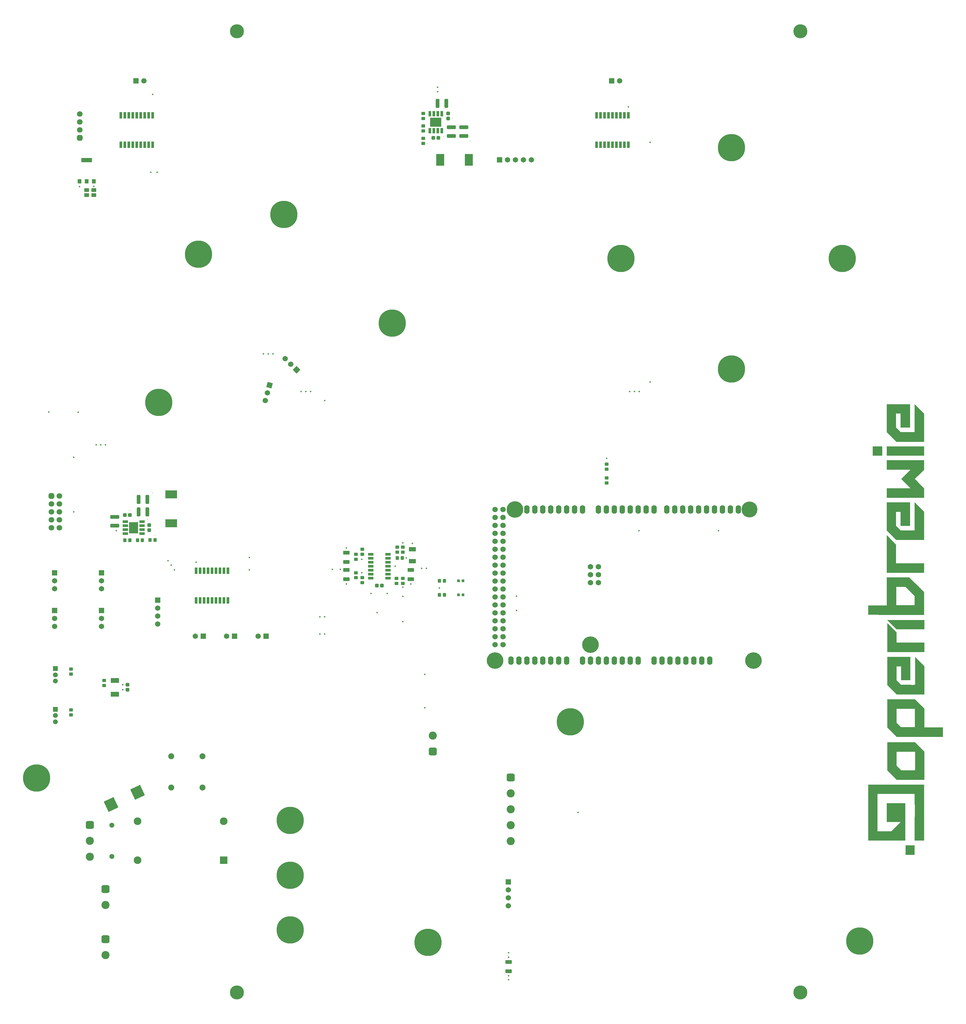
<source format=gbr>
G04*
G04 #@! TF.GenerationSoftware,Altium Limited,Altium Designer,22.4.2 (48)*
G04*
G04 Layer_Color=8388736*
%FSLAX44Y44*%
%MOMM*%
G71*
G04*
G04 #@! TF.SameCoordinates,486C5EB1-174D-4488-8CC1-BEBE5ED833F6*
G04*
G04*
G04 #@! TF.FilePolarity,Negative*
G04*
G01*
G75*
G04:AMPARAMS|DCode=15|XSize=3.6332mm|YSize=3.4532mm|CornerRadius=0mm|HoleSize=0mm|Usage=FLASHONLY|Rotation=115.000|XOffset=0mm|YOffset=0mm|HoleType=Round|Shape=Rectangle|*
%AMROTATEDRECTD15*
4,1,4,2.3326,-0.9167,-0.7971,-2.3761,-2.3326,0.9167,0.7971,2.3761,2.3326,-0.9167,0.0*
%
%ADD15ROTATEDRECTD15*%

G04:AMPARAMS|DCode=16|XSize=2mm|YSize=1.25mm|CornerRadius=0.163mm|HoleSize=0mm|Usage=FLASHONLY|Rotation=0.000|XOffset=0mm|YOffset=0mm|HoleType=Round|Shape=RoundedRectangle|*
%AMROUNDEDRECTD16*
21,1,2.0000,0.9240,0,0,0.0*
21,1,1.6740,1.2500,0,0,0.0*
1,1,0.3260,0.8370,-0.4620*
1,1,0.3260,-0.8370,-0.4620*
1,1,0.3260,-0.8370,0.4620*
1,1,0.3260,0.8370,0.4620*
%
%ADD16ROUNDEDRECTD16*%
%ADD17R,3.4032X1.4532*%
%ADD18R,1.1532X1.4532*%
G04:AMPARAMS|DCode=19|XSize=1.55mm|YSize=1.15mm|CornerRadius=0.1618mm|HoleSize=0mm|Usage=FLASHONLY|Rotation=180.000|XOffset=0mm|YOffset=0mm|HoleType=Round|Shape=RoundedRectangle|*
%AMROUNDEDRECTD19*
21,1,1.5500,0.8265,0,0,180.0*
21,1,1.2265,1.1500,0,0,180.0*
1,1,0.3235,-0.6133,0.4133*
1,1,0.3235,0.6133,0.4133*
1,1,0.3235,0.6133,-0.4133*
1,1,0.3235,-0.6133,-0.4133*
%
%ADD19ROUNDEDRECTD19*%
G04:AMPARAMS|DCode=20|XSize=1.15mm|YSize=1.1mm|CornerRadius=0.163mm|HoleSize=0mm|Usage=FLASHONLY|Rotation=90.000|XOffset=0mm|YOffset=0mm|HoleType=Round|Shape=RoundedRectangle|*
%AMROUNDEDRECTD20*
21,1,1.1500,0.7740,0,0,90.0*
21,1,0.8240,1.1000,0,0,90.0*
1,1,0.3260,0.3870,0.4120*
1,1,0.3260,0.3870,-0.4120*
1,1,0.3260,-0.3870,-0.4120*
1,1,0.3260,-0.3870,0.4120*
%
%ADD20ROUNDEDRECTD20*%
G04:AMPARAMS|DCode=21|XSize=2.8mm|YSize=1.15mm|CornerRadius=0.1618mm|HoleSize=0mm|Usage=FLASHONLY|Rotation=0.000|XOffset=0mm|YOffset=0mm|HoleType=Round|Shape=RoundedRectangle|*
%AMROUNDEDRECTD21*
21,1,2.8000,0.8265,0,0,0.0*
21,1,2.4765,1.1500,0,0,0.0*
1,1,0.3235,1.2383,-0.4133*
1,1,0.3235,-1.2383,-0.4133*
1,1,0.3235,-1.2383,0.4133*
1,1,0.3235,1.2383,0.4133*
%
%ADD21ROUNDEDRECTD21*%
G04:AMPARAMS|DCode=22|XSize=1.2mm|YSize=1.15mm|CornerRadius=0.1618mm|HoleSize=0mm|Usage=FLASHONLY|Rotation=270.000|XOffset=0mm|YOffset=0mm|HoleType=Round|Shape=RoundedRectangle|*
%AMROUNDEDRECTD22*
21,1,1.2000,0.8265,0,0,270.0*
21,1,0.8765,1.1500,0,0,270.0*
1,1,0.3235,-0.4133,-0.4382*
1,1,0.3235,-0.4133,0.4382*
1,1,0.3235,0.4133,0.4382*
1,1,0.3235,0.4133,-0.4382*
%
%ADD22ROUNDEDRECTD22*%
%ADD23R,1.7282X0.8532*%
%ADD24R,2.9132X3.5532*%
G04:AMPARAMS|DCode=25|XSize=1.2mm|YSize=1.15mm|CornerRadius=0.1618mm|HoleSize=0mm|Usage=FLASHONLY|Rotation=0.000|XOffset=0mm|YOffset=0mm|HoleType=Round|Shape=RoundedRectangle|*
%AMROUNDEDRECTD25*
21,1,1.2000,0.8265,0,0,0.0*
21,1,0.8765,1.1500,0,0,0.0*
1,1,0.3235,0.4382,-0.4133*
1,1,0.3235,-0.4382,-0.4133*
1,1,0.3235,-0.4382,0.4133*
1,1,0.3235,0.4382,0.4133*
%
%ADD25ROUNDEDRECTD25*%
G04:AMPARAMS|DCode=26|XSize=2.8mm|YSize=1.15mm|CornerRadius=0.1618mm|HoleSize=0mm|Usage=FLASHONLY|Rotation=90.000|XOffset=0mm|YOffset=0mm|HoleType=Round|Shape=RoundedRectangle|*
%AMROUNDEDRECTD26*
21,1,2.8000,0.8265,0,0,90.0*
21,1,2.4765,1.1500,0,0,90.0*
1,1,0.3235,0.4133,1.2383*
1,1,0.3235,0.4133,-1.2383*
1,1,0.3235,-0.4133,-1.2383*
1,1,0.3235,-0.4133,1.2383*
%
%ADD26ROUNDEDRECTD26*%
%ADD27R,3.8032X2.5032*%
%ADD28R,0.9532X0.9032*%
G04:AMPARAMS|DCode=29|XSize=1.15mm|YSize=1.1mm|CornerRadius=0.163mm|HoleSize=0mm|Usage=FLASHONLY|Rotation=0.000|XOffset=0mm|YOffset=0mm|HoleType=Round|Shape=RoundedRectangle|*
%AMROUNDEDRECTD29*
21,1,1.1500,0.7740,0,0,0.0*
21,1,0.8240,1.1000,0,0,0.0*
1,1,0.3260,0.4120,-0.3870*
1,1,0.3260,-0.4120,-0.3870*
1,1,0.3260,-0.4120,0.3870*
1,1,0.3260,0.4120,0.3870*
%
%ADD29ROUNDEDRECTD29*%
%ADD30R,2.2032X1.4532*%
%ADD31R,0.8532X2.1532*%
%ADD32R,0.6532X1.6282*%
%ADD33R,3.5532X2.9132*%
%ADD34R,0.8532X1.7282*%
%ADD35R,2.5032X3.8032*%
%ADD36C,8.7032*%
%ADD37O,1.7272X2.7432*%
%ADD38C,5.2832*%
%ADD39C,5.0800*%
%ADD40C,1.7272*%
%ADD41C,1.7032*%
%ADD42R,1.7032X1.7032*%
G04:AMPARAMS|DCode=43|XSize=2.6032mm|YSize=2.6032mm|CornerRadius=0.7016mm|HoleSize=0mm|Usage=FLASHONLY|Rotation=270.000|XOffset=0mm|YOffset=0mm|HoleType=Round|Shape=RoundedRectangle|*
%AMROUNDEDRECTD43*
21,1,2.6032,1.2000,0,0,270.0*
21,1,1.2000,2.6032,0,0,270.0*
1,1,1.4032,-0.6000,-0.6000*
1,1,1.4032,-0.6000,0.6000*
1,1,1.4032,0.6000,0.6000*
1,1,1.4032,0.6000,-0.6000*
%
%ADD43ROUNDEDRECTD43*%
%ADD44C,2.6032*%
%ADD45C,1.6032*%
%ADD46C,2.4532*%
%ADD47R,2.4532X2.4532*%
%ADD48C,1.9000*%
%ADD49C,1.8032*%
G04:AMPARAMS|DCode=50|XSize=1.8032mm|YSize=1.8032mm|CornerRadius=0.5016mm|HoleSize=0mm|Usage=FLASHONLY|Rotation=90.000|XOffset=0mm|YOffset=0mm|HoleType=Round|Shape=RoundedRectangle|*
%AMROUNDEDRECTD50*
21,1,1.8032,0.8000,0,0,90.0*
21,1,0.8000,1.8032,0,0,90.0*
1,1,1.0032,0.4000,0.4000*
1,1,1.0032,0.4000,-0.4000*
1,1,1.0032,-0.4000,-0.4000*
1,1,1.0032,-0.4000,0.4000*
%
%ADD50ROUNDEDRECTD50*%
%ADD51R,1.7032X1.7032*%
%ADD52C,1.5532*%
%ADD53R,1.5532X1.5532*%
%ADD54P,2.4087X4X360.0*%
%ADD55P,2.4087X4X120.0*%
%ADD56C,4.5000*%
%ADD57C,0.5000*%
%ADD58C,0.3000*%
G36*
X2885683Y520891D02*
Y535149D01*
X2915149D01*
Y504970D01*
X2885683D01*
Y520653D01*
Y520891D01*
D02*
G37*
G36*
X2766396Y678436D02*
Y729525D01*
X2945327D01*
Y550594D01*
X2945089D01*
Y550356D01*
X2927030D01*
Y550119D01*
X2915149D01*
Y550356D01*
X2914911D01*
Y556772D01*
X2915149D01*
Y625446D01*
X2915386D01*
Y664653D01*
X2915149D01*
Y696733D01*
X2914911D01*
Y699822D01*
X2796574D01*
Y699584D01*
X2796337D01*
Y580059D01*
X2796574D01*
Y579822D01*
X2840297D01*
Y580059D01*
X2840535D01*
Y580297D01*
X2840772D01*
Y580535D01*
X2841010D01*
Y580772D01*
X2841248D01*
Y581010D01*
X2841485D01*
Y581247D01*
X2841723D01*
Y581485D01*
X2841960D01*
Y581723D01*
X2842198D01*
Y581960D01*
X2842436D01*
Y582198D01*
X2842673D01*
Y582436D01*
X2842911D01*
Y582673D01*
X2843148D01*
Y582911D01*
X2843386D01*
Y583148D01*
X2843624D01*
Y583386D01*
X2843861D01*
Y583624D01*
X2844099D01*
Y583861D01*
X2844337D01*
Y584099D01*
X2844574D01*
Y584337D01*
X2844812D01*
Y584574D01*
X2845049D01*
Y584812D01*
X2845287D01*
Y585050D01*
X2845525D01*
Y585287D01*
X2845762D01*
Y585525D01*
X2846000D01*
Y585762D01*
X2846237D01*
Y586000D01*
X2846475D01*
Y586238D01*
X2846713D01*
Y586475D01*
X2846950D01*
Y586713D01*
X2847188D01*
Y586950D01*
X2847426D01*
Y587188D01*
X2847663D01*
Y587426D01*
X2847901D01*
Y587663D01*
X2848139D01*
Y587901D01*
X2848376D01*
Y588139D01*
X2848614D01*
Y588376D01*
X2848852D01*
Y588614D01*
X2849089D01*
Y588852D01*
X2849327D01*
Y589089D01*
X2849565D01*
Y589327D01*
X2849802D01*
Y589564D01*
X2850040D01*
Y589802D01*
X2850277D01*
Y590040D01*
X2850515D01*
Y590277D01*
X2850753D01*
Y590515D01*
X2850990D01*
Y590752D01*
X2851228D01*
Y590990D01*
X2851465D01*
Y591228D01*
X2851703D01*
Y591465D01*
X2851941D01*
Y591703D01*
X2852178D01*
Y591941D01*
X2852416D01*
Y592178D01*
X2852654D01*
Y592416D01*
X2852891D01*
Y592654D01*
X2853129D01*
Y592891D01*
X2853366D01*
Y593129D01*
X2853604D01*
Y593366D01*
X2853842D01*
Y593604D01*
X2854079D01*
Y593842D01*
X2854317D01*
Y594079D01*
X2854554D01*
Y594317D01*
X2854792D01*
Y594554D01*
X2855030D01*
Y594792D01*
X2855267D01*
Y595030D01*
X2855505D01*
Y595267D01*
X2855742D01*
Y595505D01*
X2855980D01*
Y595743D01*
X2856218D01*
Y595980D01*
X2856455D01*
Y596218D01*
X2856693D01*
Y596455D01*
X2856931D01*
Y596693D01*
X2857168D01*
Y596931D01*
X2857406D01*
Y597168D01*
X2857644D01*
Y597406D01*
X2857881D01*
Y597644D01*
X2858119D01*
Y597881D01*
X2858356D01*
Y598119D01*
X2858594D01*
Y598356D01*
X2858832D01*
Y598594D01*
X2859069D01*
Y598832D01*
X2859307D01*
Y599069D01*
X2859545D01*
Y599307D01*
X2859782D01*
Y599544D01*
X2860020D01*
Y599782D01*
X2860257D01*
Y600020D01*
X2860495D01*
Y600257D01*
X2860733D01*
Y600495D01*
X2860970D01*
Y600733D01*
X2861208D01*
Y600970D01*
X2861446D01*
Y601208D01*
X2861683D01*
Y601446D01*
X2861921D01*
Y601683D01*
X2862159D01*
Y601921D01*
X2862396D01*
Y602158D01*
X2862634D01*
Y602396D01*
X2862871D01*
Y602634D01*
X2863109D01*
Y602871D01*
X2863347D01*
Y603109D01*
X2863584D01*
Y603346D01*
X2863822D01*
Y603584D01*
X2864059D01*
Y603822D01*
X2864297D01*
Y604059D01*
X2864535D01*
Y604297D01*
X2864772D01*
Y604535D01*
X2865010D01*
Y604772D01*
X2865247D01*
Y605010D01*
X2865485D01*
Y605247D01*
X2865723D01*
Y605485D01*
X2865960D01*
Y605723D01*
X2866198D01*
Y605960D01*
X2866436D01*
Y606198D01*
X2866673D01*
Y606436D01*
X2866911D01*
Y606673D01*
X2867148D01*
Y606911D01*
X2867386D01*
Y607149D01*
X2867624D01*
Y607386D01*
X2867861D01*
Y607624D01*
X2868099D01*
Y607861D01*
X2868337D01*
Y608099D01*
X2868574D01*
Y608337D01*
X2868812D01*
Y608574D01*
X2869049D01*
Y608812D01*
X2869287D01*
Y609049D01*
X2869525D01*
Y609287D01*
X2869762D01*
Y609525D01*
X2870000D01*
Y610000D01*
X2826277D01*
Y610238D01*
X2826040D01*
Y669643D01*
X2826277D01*
Y669881D01*
X2885208D01*
Y669643D01*
X2885446D01*
Y550356D01*
X2885208D01*
Y550119D01*
X2766396D01*
Y678198D01*
Y678436D01*
D02*
G37*
G36*
X2827466Y864495D02*
Y864733D01*
X2916337D01*
Y864495D01*
X2916574D01*
Y864257D01*
X2916812D01*
Y864020D01*
X2917050D01*
Y863782D01*
X2917287D01*
Y863545D01*
X2917525D01*
Y863307D01*
X2917762D01*
Y863069D01*
X2918000D01*
Y862832D01*
X2918238D01*
Y862594D01*
X2918475D01*
Y862356D01*
X2918713D01*
Y862119D01*
X2918951D01*
Y861881D01*
X2919188D01*
Y861644D01*
X2919426D01*
Y861406D01*
X2919663D01*
Y861168D01*
X2919901D01*
Y860931D01*
X2920139D01*
Y860693D01*
X2920376D01*
Y860455D01*
X2920614D01*
Y860218D01*
X2920851D01*
Y859980D01*
X2921089D01*
Y859743D01*
X2921327D01*
Y859505D01*
X2921564D01*
Y859267D01*
X2921802D01*
Y859030D01*
X2922039D01*
Y858792D01*
X2922277D01*
Y858554D01*
X2922515D01*
Y858317D01*
X2922752D01*
Y858079D01*
X2922990D01*
Y857842D01*
X2923228D01*
Y857604D01*
X2923465D01*
Y857366D01*
X2923703D01*
Y857129D01*
X2923941D01*
Y856891D01*
X2924178D01*
Y856654D01*
X2924416D01*
Y856416D01*
X2924654D01*
Y856178D01*
X2924891D01*
Y855941D01*
X2925129D01*
Y855703D01*
X2925367D01*
Y855465D01*
X2925604D01*
Y855228D01*
X2925842D01*
Y854990D01*
X2926079D01*
Y854753D01*
X2926317D01*
Y854515D01*
X2926555D01*
Y854277D01*
X2926792D01*
Y854040D01*
X2927030D01*
Y853802D01*
X2927267D01*
Y853564D01*
X2927505D01*
Y853327D01*
X2927743D01*
Y853089D01*
X2927980D01*
Y852851D01*
X2928218D01*
Y852614D01*
X2928456D01*
Y852376D01*
X2928693D01*
Y852139D01*
X2928931D01*
Y851901D01*
X2929168D01*
Y851663D01*
X2929406D01*
Y851426D01*
X2929644D01*
Y851188D01*
X2929881D01*
Y850950D01*
X2930119D01*
Y850713D01*
X2930356D01*
Y850475D01*
X2930594D01*
Y850238D01*
X2930832D01*
Y850000D01*
X2931069D01*
Y849762D01*
X2931307D01*
Y849525D01*
X2931544D01*
Y849287D01*
X2931782D01*
Y849050D01*
X2932020D01*
Y848812D01*
X2932257D01*
Y848574D01*
X2932495D01*
Y848337D01*
X2932733D01*
Y848099D01*
X2932970D01*
Y847861D01*
X2933208D01*
Y847624D01*
X2933446D01*
Y847386D01*
X2933683D01*
Y847149D01*
X2933921D01*
Y846911D01*
X2934158D01*
Y846673D01*
X2934396D01*
Y846436D01*
X2934634D01*
Y846198D01*
X2934871D01*
Y845960D01*
X2935109D01*
Y845723D01*
X2935347D01*
Y845485D01*
X2935584D01*
Y845247D01*
X2935822D01*
Y845010D01*
X2936059D01*
Y844772D01*
X2936297D01*
Y844535D01*
X2936535D01*
Y844297D01*
X2936772D01*
Y844059D01*
X2937010D01*
Y843822D01*
X2937248D01*
Y843584D01*
X2937485D01*
Y843346D01*
X2937723D01*
Y843109D01*
X2937961D01*
Y842871D01*
X2938198D01*
Y842634D01*
X2938436D01*
Y842396D01*
X2938673D01*
Y842158D01*
X2938911D01*
Y841921D01*
X2939149D01*
Y841683D01*
X2939386D01*
Y841445D01*
X2939624D01*
Y841208D01*
X2939861D01*
Y840970D01*
X2940099D01*
Y840733D01*
X2940337D01*
Y840495D01*
X2940574D01*
Y840257D01*
X2940812D01*
Y840020D01*
X2941049D01*
Y839782D01*
X2941287D01*
Y839545D01*
X2941525D01*
Y839307D01*
X2941762D01*
Y839069D01*
X2942000D01*
Y838832D01*
X2942238D01*
Y838594D01*
X2942475D01*
Y838356D01*
X2942713D01*
Y838119D01*
X2942950D01*
Y837881D01*
X2943188D01*
Y837644D01*
X2943426D01*
Y837406D01*
X2943663D01*
Y837168D01*
X2943901D01*
Y836931D01*
X2944138D01*
Y836693D01*
X2944376D01*
Y836455D01*
X2944614D01*
Y836218D01*
X2944851D01*
Y835980D01*
X2945089D01*
Y835743D01*
X2945327D01*
Y835505D01*
X2945564D01*
Y835267D01*
X2945802D01*
Y835030D01*
X2946040D01*
Y834792D01*
X2946277D01*
Y834554D01*
X2946515D01*
Y744495D01*
X2857644D01*
Y744733D01*
X2857406D01*
Y744970D01*
X2857168D01*
Y745208D01*
X2856931D01*
Y745445D01*
X2856693D01*
Y745683D01*
X2856455D01*
Y745921D01*
X2856218D01*
Y746158D01*
X2855980D01*
Y746396D01*
X2855742D01*
Y746634D01*
X2855505D01*
Y746871D01*
X2855267D01*
Y747109D01*
X2855030D01*
Y747346D01*
X2854792D01*
Y747584D01*
X2854554D01*
Y747822D01*
X2854317D01*
Y748059D01*
X2854079D01*
Y748297D01*
X2853842D01*
Y748535D01*
X2853604D01*
Y748772D01*
X2853366D01*
Y749010D01*
X2853129D01*
Y749248D01*
X2852891D01*
Y749485D01*
X2852654D01*
Y749723D01*
X2852416D01*
Y749960D01*
X2852178D01*
Y750198D01*
X2851941D01*
Y750436D01*
X2851703D01*
Y750673D01*
X2851465D01*
Y750911D01*
X2851228D01*
Y751149D01*
X2850990D01*
Y751386D01*
X2850753D01*
Y751624D01*
X2850515D01*
Y751861D01*
X2850277D01*
Y752099D01*
X2850040D01*
Y752337D01*
X2849802D01*
Y752574D01*
X2849565D01*
Y752812D01*
X2849327D01*
Y753049D01*
X2849089D01*
Y753287D01*
X2848852D01*
Y753525D01*
X2848614D01*
Y753762D01*
X2848376D01*
Y754000D01*
X2848139D01*
Y754238D01*
X2847901D01*
Y754475D01*
X2847663D01*
Y754713D01*
X2847426D01*
Y754950D01*
X2847188D01*
Y755188D01*
X2846950D01*
Y755426D01*
X2846713D01*
Y755663D01*
X2846475D01*
Y755901D01*
X2846237D01*
Y756139D01*
X2846000D01*
Y756376D01*
X2845762D01*
Y756614D01*
X2845525D01*
Y756852D01*
X2845287D01*
Y757089D01*
X2845049D01*
Y757327D01*
X2844812D01*
Y757564D01*
X2844574D01*
Y757802D01*
X2844337D01*
Y758040D01*
X2844099D01*
Y758277D01*
X2843861D01*
Y758515D01*
X2843624D01*
Y758753D01*
X2843386D01*
Y758990D01*
X2843148D01*
Y759228D01*
X2842911D01*
Y759465D01*
X2842673D01*
Y759703D01*
X2842436D01*
Y759941D01*
X2842198D01*
Y760178D01*
X2841960D01*
Y760416D01*
X2841723D01*
Y760653D01*
X2841485D01*
Y760891D01*
X2841248D01*
Y761129D01*
X2841010D01*
Y761366D01*
X2840772D01*
Y761604D01*
X2840535D01*
Y761842D01*
X2840297D01*
Y762079D01*
X2840060D01*
Y762317D01*
X2839822D01*
Y762554D01*
X2839584D01*
Y762792D01*
X2839347D01*
Y763030D01*
X2839109D01*
Y763267D01*
X2838871D01*
Y763505D01*
X2838634D01*
Y763743D01*
X2838396D01*
Y763980D01*
X2838158D01*
Y764218D01*
X2837921D01*
Y764455D01*
X2837683D01*
Y764693D01*
X2837446D01*
Y764931D01*
X2837208D01*
Y765168D01*
X2836970D01*
Y765406D01*
X2836733D01*
Y765644D01*
X2836495D01*
Y765881D01*
X2836257D01*
Y766119D01*
X2836020D01*
Y766356D01*
X2835782D01*
Y766594D01*
X2835545D01*
Y766832D01*
X2835307D01*
Y767069D01*
X2835069D01*
Y767307D01*
X2834832D01*
Y767544D01*
X2834594D01*
Y767782D01*
X2834356D01*
Y768020D01*
X2834119D01*
Y768257D01*
X2833881D01*
Y768495D01*
X2833643D01*
Y768733D01*
X2833406D01*
Y768970D01*
X2833168D01*
Y769208D01*
X2832931D01*
Y769445D01*
X2832693D01*
Y769683D01*
X2832455D01*
Y769921D01*
X2832218D01*
Y770158D01*
X2831980D01*
Y770396D01*
X2831743D01*
Y770634D01*
X2831505D01*
Y770871D01*
X2831267D01*
Y771109D01*
X2831030D01*
Y771347D01*
X2830792D01*
Y771584D01*
X2830555D01*
Y771822D01*
X2830317D01*
Y772059D01*
X2830079D01*
Y772297D01*
X2829842D01*
Y772535D01*
X2829604D01*
Y772772D01*
X2829366D01*
Y773010D01*
X2829129D01*
Y773248D01*
X2828891D01*
Y773485D01*
X2828654D01*
Y773723D01*
X2828416D01*
Y773960D01*
X2828178D01*
Y774198D01*
X2827941D01*
Y774436D01*
X2827703D01*
Y774673D01*
X2827466D01*
Y774911D01*
X2827228D01*
Y864495D01*
X2827466D01*
D02*
G37*
G36*
X2916574Y1001604D02*
Y1001366D01*
X2916812D01*
Y1001129D01*
X2917050D01*
Y1000891D01*
X2917287D01*
Y1000653D01*
X2917525D01*
Y1000416D01*
X2917762D01*
Y1000178D01*
X2918000D01*
Y999941D01*
X2918238D01*
Y999703D01*
X2918475D01*
Y999465D01*
X2918713D01*
Y999228D01*
X2918951D01*
Y998990D01*
X2919188D01*
Y998753D01*
X2919426D01*
Y998515D01*
X2919663D01*
Y998277D01*
X2919901D01*
Y998040D01*
X2920139D01*
Y997802D01*
X2920376D01*
Y997564D01*
X2920614D01*
Y997327D01*
X2920851D01*
Y997089D01*
X2921089D01*
Y996852D01*
X2921327D01*
Y996614D01*
X2921564D01*
Y996376D01*
X2921802D01*
Y996139D01*
X2922039D01*
Y995901D01*
X2922277D01*
Y995663D01*
X2922515D01*
Y995426D01*
X2922752D01*
Y995188D01*
X2922990D01*
Y994950D01*
X2923228D01*
Y994713D01*
X2923465D01*
Y994475D01*
X2923703D01*
Y994238D01*
X2923941D01*
Y994000D01*
X2924178D01*
Y993762D01*
X2924416D01*
Y993525D01*
X2924654D01*
Y993287D01*
X2924891D01*
Y993049D01*
X2925129D01*
Y992812D01*
X2925367D01*
Y992574D01*
X2925604D01*
Y992337D01*
X2925842D01*
Y992099D01*
X2926079D01*
Y991861D01*
X2926317D01*
Y991624D01*
X2926555D01*
Y991386D01*
X2926792D01*
Y991149D01*
X2927030D01*
Y990911D01*
X2927267D01*
Y990673D01*
X2927505D01*
Y990436D01*
X2927743D01*
Y990198D01*
X2927980D01*
Y989960D01*
X2928218D01*
Y989723D01*
X2928456D01*
Y989485D01*
X2928693D01*
Y989248D01*
X2928931D01*
Y989010D01*
X2929168D01*
Y988772D01*
X2929406D01*
Y988535D01*
X2929644D01*
Y988297D01*
X2929881D01*
Y988059D01*
X2930119D01*
Y987822D01*
X2930356D01*
Y987584D01*
X2930594D01*
Y987346D01*
X2930832D01*
Y987109D01*
X2931069D01*
Y986871D01*
X2931307D01*
Y986634D01*
X2931544D01*
Y986396D01*
X2931782D01*
Y986158D01*
X2932020D01*
Y985921D01*
X2932257D01*
Y985683D01*
X2932495D01*
Y985445D01*
X2932733D01*
Y985208D01*
X2932970D01*
Y984970D01*
X2933208D01*
Y984733D01*
X2933446D01*
Y984495D01*
X2933683D01*
Y984257D01*
X2933921D01*
Y984020D01*
X2934158D01*
Y983782D01*
X2934396D01*
Y983544D01*
X2934634D01*
Y983307D01*
X2934871D01*
Y983069D01*
X2935109D01*
Y982832D01*
X2935347D01*
Y982594D01*
X2935584D01*
Y982356D01*
X2935822D01*
Y982119D01*
X2936297D01*
Y981644D01*
X2936535D01*
Y981406D01*
X2937010D01*
Y980931D01*
X2937485D01*
Y980693D01*
X2937723D01*
Y980218D01*
X2938198D01*
Y979743D01*
X2938673D01*
Y979505D01*
X2938911D01*
Y979267D01*
X2939149D01*
Y979030D01*
X2939386D01*
Y978792D01*
X2939624D01*
Y978554D01*
X2939861D01*
Y978317D01*
X2940099D01*
Y978079D01*
X2940337D01*
Y977842D01*
X2940574D01*
Y977604D01*
X2940812D01*
Y977366D01*
X2941049D01*
Y977129D01*
X2941287D01*
Y976891D01*
X2941525D01*
Y976653D01*
X2941762D01*
Y976416D01*
X2942000D01*
Y976178D01*
X2942238D01*
Y975941D01*
X2942475D01*
Y975703D01*
X2942713D01*
Y975465D01*
X2942950D01*
Y975228D01*
X2943188D01*
Y974990D01*
X2943426D01*
Y974753D01*
X2943663D01*
Y974515D01*
X2943901D01*
Y974277D01*
X2944138D01*
Y974040D01*
X2944376D01*
Y973802D01*
X2944614D01*
Y973564D01*
X2944851D01*
Y973327D01*
X2945089D01*
Y973089D01*
X2945327D01*
Y972851D01*
X2945564D01*
Y972614D01*
X2945802D01*
Y972376D01*
X2946040D01*
Y971901D01*
X2946277D01*
Y912020D01*
X3005446D01*
Y911782D01*
X3005683D01*
Y881842D01*
X3005446D01*
Y881604D01*
X2857168D01*
Y881842D01*
X2856931D01*
Y882079D01*
X2856455D01*
Y882554D01*
X2855980D01*
Y882792D01*
X2855742D01*
Y883267D01*
X2855267D01*
Y883743D01*
X2855030D01*
Y883980D01*
X2854792D01*
Y884218D01*
X2854554D01*
Y884455D01*
X2854317D01*
Y884693D01*
X2854079D01*
Y884931D01*
X2853842D01*
Y885168D01*
X2853604D01*
Y885406D01*
X2853366D01*
Y885643D01*
X2853129D01*
Y885881D01*
X2852891D01*
Y886119D01*
X2852654D01*
Y886356D01*
X2852416D01*
Y886594D01*
X2852178D01*
Y886832D01*
X2851941D01*
Y887069D01*
X2851703D01*
Y887307D01*
X2851465D01*
Y887545D01*
X2851228D01*
Y887782D01*
X2850990D01*
Y888020D01*
X2850753D01*
Y888257D01*
X2850515D01*
Y888495D01*
X2850277D01*
Y888733D01*
X2850040D01*
Y888970D01*
X2849802D01*
Y889208D01*
X2849565D01*
Y889445D01*
X2849327D01*
Y889683D01*
X2849089D01*
Y889921D01*
X2848852D01*
Y890158D01*
X2848614D01*
Y890396D01*
X2848376D01*
Y890634D01*
X2848139D01*
Y890871D01*
X2847901D01*
Y891109D01*
X2847663D01*
Y891347D01*
X2847426D01*
Y891584D01*
X2847188D01*
Y891822D01*
X2846950D01*
Y892059D01*
X2846713D01*
Y892297D01*
X2846475D01*
Y892535D01*
X2846237D01*
Y892772D01*
X2846000D01*
Y893010D01*
X2845762D01*
Y893248D01*
X2845525D01*
Y893485D01*
X2845287D01*
Y893723D01*
X2845049D01*
Y893960D01*
X2844812D01*
Y894198D01*
X2844574D01*
Y894436D01*
X2844337D01*
Y894673D01*
X2844099D01*
Y894911D01*
X2843861D01*
Y895386D01*
X2843624D01*
Y895624D01*
X2843386D01*
Y895861D01*
X2843148D01*
Y896099D01*
X2842911D01*
Y896337D01*
X2842673D01*
Y896574D01*
X2842436D01*
Y896812D01*
X2842198D01*
Y897049D01*
X2841960D01*
Y897287D01*
X2841723D01*
Y897525D01*
X2841485D01*
Y897762D01*
X2841248D01*
Y898000D01*
X2841010D01*
Y898238D01*
X2840772D01*
Y898475D01*
X2840535D01*
Y898713D01*
X2840297D01*
Y898951D01*
X2840060D01*
Y899188D01*
X2839822D01*
Y899426D01*
X2839584D01*
Y899663D01*
X2839347D01*
Y899901D01*
X2839109D01*
Y900139D01*
X2838871D01*
Y900376D01*
X2838634D01*
Y900614D01*
X2838396D01*
Y900852D01*
X2838158D01*
Y901089D01*
X2837921D01*
Y901327D01*
X2837683D01*
Y901564D01*
X2837446D01*
Y901802D01*
X2837208D01*
Y902040D01*
X2836970D01*
Y902277D01*
X2836733D01*
Y902515D01*
X2836495D01*
Y902753D01*
X2836257D01*
Y902990D01*
X2836020D01*
Y903228D01*
X2835782D01*
Y903465D01*
X2835545D01*
Y903703D01*
X2835307D01*
Y903941D01*
X2835069D01*
Y904178D01*
X2834832D01*
Y904416D01*
X2834594D01*
Y904653D01*
X2834356D01*
Y904891D01*
X2834119D01*
Y905129D01*
X2833881D01*
Y905366D01*
X2833643D01*
Y905604D01*
X2833406D01*
Y905842D01*
X2833168D01*
Y906079D01*
X2832931D01*
Y906317D01*
X2832693D01*
Y906554D01*
X2832455D01*
Y906792D01*
X2832218D01*
Y907030D01*
X2831980D01*
Y907267D01*
X2831743D01*
Y907505D01*
X2831505D01*
Y907743D01*
X2831267D01*
Y907980D01*
X2831030D01*
Y908218D01*
X2830792D01*
Y908455D01*
X2830555D01*
Y908693D01*
X2830317D01*
Y908931D01*
X2830079D01*
Y909168D01*
X2829842D01*
Y909406D01*
X2829604D01*
Y909643D01*
X2829366D01*
Y909881D01*
X2829129D01*
Y910119D01*
X2828891D01*
Y910356D01*
X2828654D01*
Y910832D01*
X2828416D01*
Y911069D01*
X2828178D01*
Y911307D01*
X2827941D01*
Y911544D01*
X2827703D01*
Y911782D01*
X2827466D01*
Y912020D01*
X2827228D01*
Y1001604D01*
X2916574D01*
D02*
G37*
G36*
X2857168Y1085723D02*
Y1062436D01*
X2857406D01*
Y1062198D01*
X2857644D01*
Y1061960D01*
X2857881D01*
Y1061723D01*
X2858119D01*
Y1061485D01*
X2858356D01*
Y1061247D01*
X2858594D01*
Y1061010D01*
X2858832D01*
Y1060772D01*
X2859069D01*
Y1060535D01*
X2859307D01*
Y1060297D01*
X2859545D01*
Y1060059D01*
X2859782D01*
Y1059822D01*
X2860020D01*
Y1059584D01*
X2860257D01*
Y1059346D01*
X2860495D01*
Y1059109D01*
X2860733D01*
Y1058871D01*
X2860970D01*
Y1058634D01*
X2861208D01*
Y1058396D01*
X2861446D01*
Y1058158D01*
X2861683D01*
Y1057921D01*
X2861921D01*
Y1057683D01*
X2862159D01*
Y1057446D01*
X2862396D01*
Y1057208D01*
X2862634D01*
Y1056970D01*
X2862871D01*
Y1056733D01*
X2863109D01*
Y1056495D01*
X2863347D01*
Y1056257D01*
X2863584D01*
Y1056020D01*
X2863822D01*
Y1055782D01*
X2864059D01*
Y1055545D01*
X2864297D01*
Y1055307D01*
X2864535D01*
Y1055069D01*
X2864772D01*
Y1054594D01*
X2865247D01*
Y1054356D01*
X2865485D01*
Y1053881D01*
X2865960D01*
Y1053406D01*
X2866198D01*
Y1053168D01*
X2866436D01*
Y1052931D01*
X2866673D01*
Y1052693D01*
X2866911D01*
Y1052455D01*
X2867148D01*
Y1052218D01*
X2867386D01*
Y1051980D01*
X2867624D01*
Y1051742D01*
X2867861D01*
Y1051505D01*
X2868099D01*
Y1051267D01*
X2868337D01*
Y1051030D01*
X2868574D01*
Y1050792D01*
X2868812D01*
Y1050554D01*
X2869049D01*
Y1050317D01*
X2869287D01*
Y1050079D01*
X2869525D01*
Y1049842D01*
X2869762D01*
Y1049604D01*
X2870000D01*
Y1049366D01*
X2870238D01*
Y1049129D01*
X2870475D01*
Y1048891D01*
X2870713D01*
Y1048653D01*
X2870951D01*
Y1048416D01*
X2871188D01*
Y1048178D01*
X2871426D01*
Y1047941D01*
X2903980D01*
Y1047703D01*
X2911584D01*
Y1047941D01*
X2915862D01*
Y1048178D01*
X2916337D01*
Y1137049D01*
X2916812D01*
Y1136812D01*
X2917050D01*
Y1136574D01*
X2917287D01*
Y1136337D01*
X2917525D01*
Y1136099D01*
X2917762D01*
Y1135861D01*
X2918000D01*
Y1135624D01*
X2918238D01*
Y1135386D01*
X2918475D01*
Y1135148D01*
X2918713D01*
Y1134911D01*
X2918951D01*
Y1134673D01*
X2919188D01*
Y1134436D01*
X2919426D01*
Y1134198D01*
X2919663D01*
Y1133960D01*
X2919901D01*
Y1133723D01*
X2920139D01*
Y1133485D01*
X2920376D01*
Y1133248D01*
X2920614D01*
Y1133010D01*
X2920851D01*
Y1132772D01*
X2921089D01*
Y1132535D01*
X2921327D01*
Y1132297D01*
X2921564D01*
Y1132059D01*
X2921802D01*
Y1131822D01*
X2922039D01*
Y1131584D01*
X2922277D01*
Y1131347D01*
X2922515D01*
Y1131109D01*
X2922752D01*
Y1130871D01*
X2922990D01*
Y1130634D01*
X2923228D01*
Y1130396D01*
X2923465D01*
Y1130158D01*
X2923703D01*
Y1129921D01*
X2923941D01*
Y1129683D01*
X2924178D01*
Y1129445D01*
X2924416D01*
Y1129208D01*
X2924654D01*
Y1128970D01*
X2924891D01*
Y1128733D01*
X2925129D01*
Y1128495D01*
X2925367D01*
Y1128257D01*
X2925604D01*
Y1128020D01*
X2925842D01*
Y1127782D01*
X2926079D01*
Y1127544D01*
X2926317D01*
Y1127307D01*
X2926555D01*
Y1127069D01*
X2926792D01*
Y1126832D01*
X2927030D01*
Y1126594D01*
X2927267D01*
Y1126356D01*
X2927505D01*
Y1126119D01*
X2927743D01*
Y1125881D01*
X2927980D01*
Y1125643D01*
X2928218D01*
Y1125406D01*
X2928456D01*
Y1125168D01*
X2928693D01*
Y1124931D01*
X2928931D01*
Y1124693D01*
X2929168D01*
Y1124455D01*
X2929406D01*
Y1124218D01*
X2929644D01*
Y1123980D01*
X2929881D01*
Y1123743D01*
X2930119D01*
Y1123505D01*
X2930356D01*
Y1123267D01*
X2930594D01*
Y1123030D01*
X2930832D01*
Y1122792D01*
X2931069D01*
Y1122554D01*
X2931307D01*
Y1122317D01*
X2931544D01*
Y1122079D01*
X2931782D01*
Y1121842D01*
X2932020D01*
Y1121604D01*
X2932257D01*
Y1121366D01*
X2932495D01*
Y1121129D01*
X2932733D01*
Y1120891D01*
X2932970D01*
Y1120654D01*
X2933208D01*
Y1120416D01*
X2933446D01*
Y1120178D01*
X2933683D01*
Y1119941D01*
X2933921D01*
Y1119703D01*
X2934158D01*
Y1119465D01*
X2934396D01*
Y1119228D01*
X2934634D01*
Y1118990D01*
X2934871D01*
Y1118753D01*
X2935109D01*
Y1118515D01*
X2935347D01*
Y1118277D01*
X2935584D01*
Y1118040D01*
X2935822D01*
Y1117802D01*
X2936059D01*
Y1117564D01*
X2936297D01*
Y1117327D01*
X2936535D01*
Y1117089D01*
X2936772D01*
Y1116852D01*
X2937010D01*
Y1116614D01*
X2937248D01*
Y1116376D01*
X2937485D01*
Y1116139D01*
X2937723D01*
Y1115901D01*
X2937961D01*
Y1115663D01*
X2938198D01*
Y1115426D01*
X2938436D01*
Y1115188D01*
X2938673D01*
Y1114950D01*
X2938911D01*
Y1114713D01*
X2939149D01*
Y1114475D01*
X2939386D01*
Y1114238D01*
X2939624D01*
Y1114000D01*
X2939861D01*
Y1113762D01*
X2940099D01*
Y1113525D01*
X2940337D01*
Y1113287D01*
X2940574D01*
Y1113049D01*
X2940812D01*
Y1112812D01*
X2941049D01*
Y1112574D01*
X2941287D01*
Y1112337D01*
X2941525D01*
Y1112099D01*
X2941762D01*
Y1111861D01*
X2942000D01*
Y1111624D01*
X2942238D01*
Y1111386D01*
X2942475D01*
Y1111149D01*
X2942713D01*
Y1110911D01*
X2942950D01*
Y1110673D01*
X2943188D01*
Y1110436D01*
X2943426D01*
Y1110198D01*
X2943663D01*
Y1109960D01*
X2943901D01*
Y1109723D01*
X2944138D01*
Y1109485D01*
X2944376D01*
Y1109248D01*
X2944614D01*
Y1109010D01*
X2944851D01*
Y1108772D01*
X2945089D01*
Y1108535D01*
X2945327D01*
Y1108297D01*
X2945564D01*
Y1108059D01*
X2945802D01*
Y1107822D01*
X2946040D01*
Y1107584D01*
X2946277D01*
Y1107346D01*
X2946515D01*
Y1017049D01*
X2857644D01*
Y1017287D01*
X2857406D01*
Y1017525D01*
X2857168D01*
Y1017762D01*
X2856931D01*
Y1018000D01*
X2856693D01*
Y1018238D01*
X2856455D01*
Y1018475D01*
X2856218D01*
Y1018713D01*
X2855980D01*
Y1018951D01*
X2855742D01*
Y1019188D01*
X2855505D01*
Y1019426D01*
X2855267D01*
Y1019663D01*
X2855030D01*
Y1019901D01*
X2854792D01*
Y1020139D01*
X2854554D01*
Y1020376D01*
X2854317D01*
Y1020614D01*
X2854079D01*
Y1020852D01*
X2853842D01*
Y1021089D01*
X2853604D01*
Y1021327D01*
X2853366D01*
Y1021564D01*
X2853129D01*
Y1021802D01*
X2852891D01*
Y1022040D01*
X2852654D01*
Y1022277D01*
X2852416D01*
Y1022515D01*
X2852178D01*
Y1022753D01*
X2851941D01*
Y1022990D01*
X2851703D01*
Y1023228D01*
X2851465D01*
Y1023465D01*
X2851228D01*
Y1023703D01*
X2850990D01*
Y1023941D01*
X2850753D01*
Y1024178D01*
X2850515D01*
Y1024416D01*
X2850277D01*
Y1024653D01*
X2850040D01*
Y1024891D01*
X2849802D01*
Y1025129D01*
X2849565D01*
Y1025366D01*
X2849327D01*
Y1025604D01*
X2849089D01*
Y1025842D01*
X2848852D01*
Y1026079D01*
X2848614D01*
Y1026317D01*
X2848376D01*
Y1026554D01*
X2848139D01*
Y1026792D01*
X2847901D01*
Y1027030D01*
X2847663D01*
Y1027267D01*
X2847426D01*
Y1027505D01*
X2847188D01*
Y1027743D01*
X2846950D01*
Y1027980D01*
X2846713D01*
Y1028218D01*
X2846475D01*
Y1028455D01*
X2846237D01*
Y1028693D01*
X2846000D01*
Y1028931D01*
X2845762D01*
Y1029168D01*
X2845525D01*
Y1029406D01*
X2845287D01*
Y1029644D01*
X2845049D01*
Y1029881D01*
X2844812D01*
Y1030119D01*
X2844574D01*
Y1030356D01*
X2844337D01*
Y1030594D01*
X2844099D01*
Y1030832D01*
X2843861D01*
Y1031069D01*
X2843624D01*
Y1031307D01*
X2843386D01*
Y1031544D01*
X2843148D01*
Y1031782D01*
X2842911D01*
Y1032020D01*
X2842673D01*
Y1032257D01*
X2842436D01*
Y1032495D01*
X2842198D01*
Y1032733D01*
X2841960D01*
Y1032970D01*
X2841723D01*
Y1033208D01*
X2841485D01*
Y1033446D01*
X2841248D01*
Y1033683D01*
X2841010D01*
Y1033921D01*
X2840772D01*
Y1034158D01*
X2840535D01*
Y1034396D01*
X2840297D01*
Y1034634D01*
X2840060D01*
Y1034871D01*
X2839822D01*
Y1035109D01*
X2839584D01*
Y1035347D01*
X2839347D01*
Y1035584D01*
X2839109D01*
Y1035822D01*
X2838871D01*
Y1036059D01*
X2838634D01*
Y1036297D01*
X2838396D01*
Y1036535D01*
X2838158D01*
Y1036772D01*
X2837921D01*
Y1037010D01*
X2837683D01*
Y1037247D01*
X2837446D01*
Y1037485D01*
X2837208D01*
Y1037723D01*
X2836970D01*
Y1037960D01*
X2836733D01*
Y1038198D01*
X2836495D01*
Y1038436D01*
X2836257D01*
Y1038673D01*
X2836020D01*
Y1038911D01*
X2835782D01*
Y1039148D01*
X2835545D01*
Y1039386D01*
X2835307D01*
Y1039624D01*
X2835069D01*
Y1039861D01*
X2834832D01*
Y1040099D01*
X2834594D01*
Y1040337D01*
X2834356D01*
Y1040574D01*
X2834119D01*
Y1040812D01*
X2833881D01*
Y1041049D01*
X2833643D01*
Y1041287D01*
X2833406D01*
Y1041525D01*
X2833168D01*
Y1041762D01*
X2832931D01*
Y1042000D01*
X2832693D01*
Y1042238D01*
X2832455D01*
Y1042475D01*
X2832218D01*
Y1042713D01*
X2831980D01*
Y1042951D01*
X2831743D01*
Y1043188D01*
X2831505D01*
Y1043426D01*
X2831267D01*
Y1043663D01*
X2831030D01*
Y1043901D01*
X2830792D01*
Y1044139D01*
X2830555D01*
Y1044376D01*
X2830317D01*
Y1044614D01*
X2830079D01*
Y1044852D01*
X2829842D01*
Y1045089D01*
X2829604D01*
Y1045327D01*
X2829366D01*
Y1045564D01*
X2829129D01*
Y1045802D01*
X2828891D01*
Y1046040D01*
X2828654D01*
Y1046277D01*
X2828416D01*
Y1046515D01*
X2828178D01*
Y1046752D01*
X2827941D01*
Y1046990D01*
X2827703D01*
Y1047228D01*
X2827466D01*
Y1047465D01*
X2827228D01*
Y1137287D01*
X2827466D01*
Y1137525D01*
X2901366D01*
Y1137287D01*
X2901604D01*
Y1062673D01*
X2878792D01*
Y1062436D01*
X2871901D01*
Y1062673D01*
X2871664D01*
Y1106871D01*
X2871426D01*
Y1107109D01*
X2859069D01*
Y1106871D01*
X2857644D01*
Y1107109D01*
X2857406D01*
Y1106871D01*
X2857168D01*
Y1085960D01*
Y1085723D01*
D02*
G37*
G36*
X2946515Y1224970D02*
X2857168D01*
Y1225208D01*
X2856931D01*
Y1225445D01*
X2856693D01*
Y1225683D01*
X2856455D01*
Y1225921D01*
X2856218D01*
Y1226158D01*
X2855980D01*
Y1226396D01*
X2855742D01*
Y1226634D01*
X2855505D01*
Y1226871D01*
X2855267D01*
Y1227109D01*
X2855030D01*
Y1227346D01*
X2854792D01*
Y1227584D01*
X2854554D01*
Y1227822D01*
X2854317D01*
Y1228059D01*
X2854079D01*
Y1228297D01*
X2853842D01*
Y1228535D01*
X2853604D01*
Y1228772D01*
X2853366D01*
Y1229010D01*
X2853129D01*
Y1229248D01*
X2852891D01*
Y1229485D01*
X2852654D01*
Y1229723D01*
X2852416D01*
Y1229960D01*
X2852178D01*
Y1230198D01*
X2851941D01*
Y1230436D01*
X2851703D01*
Y1230673D01*
X2851465D01*
Y1230911D01*
X2851228D01*
Y1231149D01*
X2850990D01*
Y1231386D01*
X2850753D01*
Y1231624D01*
X2850515D01*
Y1231861D01*
X2850277D01*
Y1232099D01*
X2850040D01*
Y1232337D01*
X2849802D01*
Y1232574D01*
X2849565D01*
Y1232812D01*
X2849327D01*
Y1233049D01*
X2849089D01*
Y1233287D01*
X2848852D01*
Y1233525D01*
X2848614D01*
Y1233762D01*
X2848376D01*
Y1234000D01*
X2848139D01*
Y1234238D01*
X2847901D01*
Y1234475D01*
X2847663D01*
Y1234713D01*
X2847426D01*
Y1234950D01*
X2847188D01*
Y1235188D01*
X2846950D01*
Y1235426D01*
X2846713D01*
Y1235663D01*
X2846475D01*
Y1235901D01*
X2846237D01*
Y1236139D01*
X2846000D01*
Y1236376D01*
X2845762D01*
Y1236614D01*
X2845525D01*
Y1236852D01*
X2845287D01*
Y1237089D01*
X2845049D01*
Y1237327D01*
X2844812D01*
Y1237564D01*
X2844574D01*
Y1237802D01*
X2844337D01*
Y1238040D01*
X2844099D01*
Y1238277D01*
X2843861D01*
Y1238515D01*
X2843624D01*
Y1238753D01*
X2843386D01*
Y1238990D01*
X2843148D01*
Y1239228D01*
X2842911D01*
Y1239465D01*
X2842673D01*
Y1239703D01*
X2842436D01*
Y1239941D01*
X2842198D01*
Y1240178D01*
X2841960D01*
Y1240416D01*
X2841723D01*
Y1240653D01*
X2841485D01*
Y1240891D01*
X2841248D01*
Y1241129D01*
X2841010D01*
Y1241366D01*
X2840772D01*
Y1241604D01*
X2840535D01*
Y1241842D01*
X2840297D01*
Y1242079D01*
X2840060D01*
Y1242317D01*
X2839822D01*
Y1242554D01*
X2839584D01*
Y1242792D01*
X2839347D01*
Y1243030D01*
X2839109D01*
Y1243267D01*
X2838871D01*
Y1243505D01*
X2838634D01*
Y1243743D01*
X2838396D01*
Y1243980D01*
X2838158D01*
Y1244218D01*
X2837921D01*
Y1244455D01*
X2837683D01*
Y1244693D01*
X2837446D01*
Y1244931D01*
X2837208D01*
Y1245168D01*
X2836970D01*
Y1245406D01*
X2836733D01*
Y1245644D01*
X2836495D01*
Y1245881D01*
X2836257D01*
Y1246119D01*
X2836020D01*
Y1246356D01*
X2835782D01*
Y1246594D01*
X2835545D01*
Y1246832D01*
X2835307D01*
Y1247069D01*
X2835069D01*
Y1247307D01*
X2834832D01*
Y1247544D01*
X2834594D01*
Y1247782D01*
X2834356D01*
Y1248020D01*
X2834119D01*
Y1248257D01*
X2833881D01*
Y1248495D01*
X2833643D01*
Y1248733D01*
X2833406D01*
Y1248970D01*
X2833168D01*
Y1249208D01*
X2832931D01*
Y1249445D01*
X2832693D01*
Y1249683D01*
X2832455D01*
Y1249921D01*
X2832218D01*
Y1250158D01*
X2831980D01*
Y1250396D01*
X2831743D01*
Y1250634D01*
X2831505D01*
Y1250871D01*
X2831267D01*
Y1251109D01*
X2831030D01*
Y1251347D01*
X2830792D01*
Y1251584D01*
X2830555D01*
Y1251822D01*
X2830317D01*
Y1252059D01*
X2830079D01*
Y1252297D01*
X2829842D01*
Y1252535D01*
X2829604D01*
Y1252772D01*
X2829366D01*
Y1253010D01*
X2829129D01*
Y1253485D01*
X2828654D01*
Y1253723D01*
X2828416D01*
Y1253960D01*
X2828178D01*
Y1254198D01*
X2827941D01*
Y1254436D01*
X2827703D01*
Y1254673D01*
X2827466D01*
Y1254911D01*
X2827703D01*
Y1255148D01*
X2946515D01*
Y1224970D01*
D02*
G37*
G36*
X2827466Y1245644D02*
X2827703D01*
Y1245406D01*
X2827941D01*
Y1245168D01*
X2828178D01*
Y1244931D01*
X2828416D01*
Y1244693D01*
X2828654D01*
Y1244455D01*
X2828891D01*
Y1244218D01*
X2829129D01*
Y1243980D01*
X2829366D01*
Y1243743D01*
X2829604D01*
Y1243505D01*
X2829842D01*
Y1243267D01*
X2830079D01*
Y1243030D01*
X2830317D01*
Y1242792D01*
X2830555D01*
Y1242554D01*
X2830792D01*
Y1242317D01*
X2831030D01*
Y1242079D01*
X2831267D01*
Y1241842D01*
X2831505D01*
Y1241604D01*
X2831743D01*
Y1241366D01*
X2831980D01*
Y1241129D01*
X2832218D01*
Y1240891D01*
X2832455D01*
Y1240653D01*
X2832693D01*
Y1240416D01*
X2832931D01*
Y1240178D01*
X2833168D01*
Y1239941D01*
X2833406D01*
Y1239703D01*
X2833643D01*
Y1239465D01*
X2833881D01*
Y1239228D01*
X2834119D01*
Y1238990D01*
X2834356D01*
Y1238753D01*
X2834594D01*
Y1238515D01*
X2834832D01*
Y1238277D01*
X2835069D01*
Y1238040D01*
X2835307D01*
Y1237802D01*
X2835545D01*
Y1237564D01*
X2835782D01*
Y1237327D01*
X2836020D01*
Y1237089D01*
X2836257D01*
Y1236852D01*
X2836495D01*
Y1236614D01*
X2836733D01*
Y1236376D01*
X2836970D01*
Y1236139D01*
X2837208D01*
Y1235901D01*
X2837446D01*
Y1235663D01*
X2837683D01*
Y1235426D01*
X2837921D01*
Y1235188D01*
X2838158D01*
Y1234950D01*
X2838396D01*
Y1234713D01*
X2838634D01*
Y1234475D01*
X2838871D01*
Y1234238D01*
X2839109D01*
Y1234000D01*
X2839347D01*
Y1233762D01*
X2839584D01*
Y1233287D01*
X2839822D01*
Y1233049D01*
X2840060D01*
Y1232812D01*
X2840297D01*
Y1232574D01*
X2840535D01*
Y1232337D01*
X2840772D01*
Y1232099D01*
X2841010D01*
Y1231861D01*
X2841248D01*
Y1231624D01*
X2841485D01*
Y1231386D01*
X2841723D01*
Y1231149D01*
X2841960D01*
Y1230911D01*
X2842198D01*
Y1230673D01*
X2842436D01*
Y1230436D01*
X2842673D01*
Y1230198D01*
X2842911D01*
Y1229960D01*
X2843148D01*
Y1229723D01*
X2843386D01*
Y1229485D01*
X2843624D01*
Y1229248D01*
X2843861D01*
Y1229010D01*
X2844099D01*
Y1228772D01*
X2844337D01*
Y1228535D01*
X2844574D01*
Y1228297D01*
X2844812D01*
Y1228059D01*
X2845049D01*
Y1227822D01*
X2845287D01*
Y1227584D01*
X2845525D01*
Y1227346D01*
X2845762D01*
Y1227109D01*
X2846000D01*
Y1226871D01*
X2846237D01*
Y1226634D01*
X2846475D01*
Y1226396D01*
X2846713D01*
Y1226158D01*
X2846950D01*
Y1225921D01*
X2847188D01*
Y1225683D01*
X2847426D01*
Y1225445D01*
X2847663D01*
Y1225208D01*
X2847901D01*
Y1224970D01*
X2848139D01*
Y1224733D01*
X2848376D01*
Y1224495D01*
X2848614D01*
Y1224257D01*
X2848852D01*
Y1224020D01*
X2849089D01*
Y1223782D01*
X2849327D01*
Y1223544D01*
X2849565D01*
Y1223307D01*
X2849802D01*
Y1223069D01*
X2850040D01*
Y1222832D01*
X2850277D01*
Y1222594D01*
X2850515D01*
Y1222356D01*
X2850753D01*
Y1221881D01*
X2851228D01*
Y1221644D01*
X2851465D01*
Y1221168D01*
X2851941D01*
Y1220693D01*
X2852178D01*
Y1220455D01*
X2852416D01*
Y1220218D01*
X2852654D01*
Y1219980D01*
X2852891D01*
Y1219743D01*
X2853129D01*
Y1219505D01*
X2853366D01*
Y1219267D01*
X2853604D01*
Y1219030D01*
X2853842D01*
Y1218792D01*
X2854079D01*
Y1218554D01*
X2854317D01*
Y1218317D01*
X2854554D01*
Y1218079D01*
X2854792D01*
Y1217842D01*
X2855030D01*
Y1217604D01*
X2855267D01*
Y1217366D01*
X2855505D01*
Y1217129D01*
X2855742D01*
Y1216891D01*
X2855980D01*
Y1216653D01*
X2856218D01*
Y1216416D01*
X2856455D01*
Y1216178D01*
X2856693D01*
Y1215941D01*
X2856931D01*
Y1215703D01*
X2857168D01*
Y1182911D01*
X2857406D01*
Y1182673D01*
X2946515D01*
Y1152733D01*
X2945089D01*
Y1152495D01*
X2942950D01*
Y1152257D01*
X2827466D01*
Y1152495D01*
X2827228D01*
Y1198356D01*
Y1198594D01*
Y1245881D01*
X2827466D01*
Y1245644D01*
D02*
G37*
G36*
X2945089Y1765327D02*
X2945327D01*
Y1734198D01*
X2945089D01*
Y1733960D01*
X2944851D01*
Y1733723D01*
X2944614D01*
Y1733485D01*
X2944376D01*
Y1733248D01*
X2944138D01*
Y1733010D01*
X2943901D01*
Y1732772D01*
X2943663D01*
Y1732535D01*
X2943426D01*
Y1732297D01*
X2943188D01*
Y1732059D01*
X2942713D01*
Y1731584D01*
X2942238D01*
Y1731346D01*
X2942000D01*
Y1731109D01*
X2941762D01*
Y1730871D01*
X2941525D01*
Y1730634D01*
X2941287D01*
Y1730396D01*
X2941049D01*
Y1730158D01*
X2940812D01*
Y1729921D01*
X2940574D01*
Y1729683D01*
X2940337D01*
Y1729445D01*
X2940099D01*
Y1729208D01*
X2939861D01*
Y1728970D01*
X2939624D01*
Y1728733D01*
X2939386D01*
Y1728495D01*
X2939149D01*
Y1728257D01*
X2938911D01*
Y1728020D01*
X2938673D01*
Y1727782D01*
X2938436D01*
Y1727545D01*
X2938198D01*
Y1727307D01*
X2937961D01*
Y1727069D01*
X2937723D01*
Y1726832D01*
X2937485D01*
Y1726594D01*
X2937248D01*
Y1726356D01*
X2937010D01*
Y1726119D01*
X2936772D01*
Y1725881D01*
X2936535D01*
Y1725643D01*
X2936297D01*
Y1725406D01*
X2936059D01*
Y1725168D01*
X2935822D01*
Y1724931D01*
X2935584D01*
Y1724693D01*
X2935347D01*
Y1724455D01*
X2935109D01*
Y1724218D01*
X2934871D01*
Y1723980D01*
X2934634D01*
Y1723743D01*
X2934396D01*
Y1723505D01*
X2933921D01*
Y1723267D01*
X2933683D01*
Y1723030D01*
X2933446D01*
Y1722792D01*
X2933208D01*
Y1722554D01*
X2932970D01*
Y1722317D01*
X2932733D01*
Y1722079D01*
X2932495D01*
Y1721842D01*
X2932257D01*
Y1721604D01*
X2932020D01*
Y1721366D01*
X2931782D01*
Y1721129D01*
X2931544D01*
Y1720891D01*
X2931307D01*
Y1720654D01*
X2931069D01*
Y1720416D01*
X2930832D01*
Y1720178D01*
X2930594D01*
Y1719941D01*
X2930356D01*
Y1719703D01*
X2930119D01*
Y1719465D01*
X2929881D01*
Y1719228D01*
X2929644D01*
Y1718990D01*
X2929406D01*
Y1718752D01*
X2929168D01*
Y1718515D01*
X2928931D01*
Y1718277D01*
X2928693D01*
Y1718040D01*
X2928456D01*
Y1717802D01*
X2928218D01*
Y1717564D01*
X2927980D01*
Y1717327D01*
X2927743D01*
Y1717089D01*
X2927505D01*
Y1716852D01*
X2927267D01*
Y1716614D01*
X2927030D01*
Y1716376D01*
X2926792D01*
Y1716139D01*
X2926317D01*
Y1715663D01*
X2925842D01*
Y1715426D01*
X2925604D01*
Y1715188D01*
X2925367D01*
Y1714951D01*
X2925129D01*
Y1714713D01*
X2924891D01*
Y1714475D01*
X2924654D01*
Y1714238D01*
X2924416D01*
Y1714000D01*
X2924178D01*
Y1713762D01*
X2923941D01*
Y1713525D01*
X2923703D01*
Y1713287D01*
X2923465D01*
Y1713049D01*
X2923228D01*
Y1712812D01*
X2922990D01*
Y1712574D01*
X2922752D01*
Y1712337D01*
X2922515D01*
Y1712099D01*
X2922277D01*
Y1711861D01*
X2922039D01*
Y1711624D01*
X2921802D01*
Y1711386D01*
X2921564D01*
Y1711149D01*
X2921327D01*
Y1710911D01*
X2921089D01*
Y1710673D01*
X2920851D01*
Y1710436D01*
X2920614D01*
Y1710198D01*
X2920376D01*
Y1709960D01*
X2920139D01*
Y1709723D01*
X2919901D01*
Y1709485D01*
X2919663D01*
Y1709247D01*
X2919188D01*
Y1709010D01*
X2918951D01*
Y1708772D01*
X2918713D01*
Y1708535D01*
X2918475D01*
Y1708297D01*
X2918238D01*
Y1708059D01*
X2918000D01*
Y1707822D01*
X2917762D01*
Y1707584D01*
X2917525D01*
Y1707346D01*
X2917287D01*
Y1707109D01*
X2917050D01*
Y1706871D01*
X2916812D01*
Y1706634D01*
X2916574D01*
Y1706396D01*
X2916337D01*
Y1706158D01*
X2916099D01*
Y1705921D01*
X2915862D01*
Y1705208D01*
X2916099D01*
Y1704970D01*
X2916337D01*
Y1704733D01*
X2916574D01*
Y1704495D01*
X2916812D01*
Y1704257D01*
X2917050D01*
Y1704020D01*
X2917287D01*
Y1703782D01*
X2917525D01*
Y1703544D01*
X2917762D01*
Y1703307D01*
X2918000D01*
Y1703069D01*
X2918238D01*
Y1702832D01*
X2918475D01*
Y1702594D01*
X2918713D01*
Y1702356D01*
X2918951D01*
Y1702119D01*
X2919188D01*
Y1701881D01*
X2919426D01*
Y1701644D01*
X2919663D01*
Y1701406D01*
X2919901D01*
Y1701168D01*
X2920139D01*
Y1700931D01*
X2920376D01*
Y1700693D01*
X2920614D01*
Y1700455D01*
X2920851D01*
Y1700218D01*
X2921089D01*
Y1699980D01*
X2921327D01*
Y1699742D01*
X2921564D01*
Y1699505D01*
X2921802D01*
Y1699267D01*
X2922039D01*
Y1699030D01*
X2922277D01*
Y1698792D01*
X2922515D01*
Y1698554D01*
X2922752D01*
Y1698317D01*
X2922990D01*
Y1698079D01*
X2923228D01*
Y1697842D01*
X2923465D01*
Y1697604D01*
X2923703D01*
Y1697366D01*
X2923941D01*
Y1697129D01*
X2924178D01*
Y1696891D01*
X2924416D01*
Y1696653D01*
X2924654D01*
Y1696416D01*
X2924891D01*
Y1695941D01*
X2925367D01*
Y1695703D01*
X2925604D01*
Y1695228D01*
X2926079D01*
Y1694753D01*
X2926317D01*
Y1694515D01*
X2926792D01*
Y1694040D01*
X2927030D01*
Y1693802D01*
X2927267D01*
Y1693564D01*
X2927505D01*
Y1693327D01*
X2927743D01*
Y1693089D01*
X2927980D01*
Y1692852D01*
X2928218D01*
Y1692614D01*
X2928456D01*
Y1692376D01*
X2928693D01*
Y1692139D01*
X2928931D01*
Y1691901D01*
X2929168D01*
Y1691663D01*
X2929406D01*
Y1691426D01*
X2929644D01*
Y1691188D01*
X2929881D01*
Y1690950D01*
X2930119D01*
Y1690713D01*
X2930356D01*
Y1690475D01*
X2930594D01*
Y1690238D01*
X2930832D01*
Y1690000D01*
X2931069D01*
Y1689762D01*
X2931307D01*
Y1689525D01*
X2931544D01*
Y1689287D01*
X2931782D01*
Y1689050D01*
X2932020D01*
Y1688812D01*
X2932257D01*
Y1688574D01*
X2932495D01*
Y1688337D01*
X2932733D01*
Y1688099D01*
X2932970D01*
Y1687861D01*
X2933208D01*
Y1687624D01*
X2933446D01*
Y1687386D01*
X2933683D01*
Y1687148D01*
X2933921D01*
Y1686911D01*
X2934158D01*
Y1686673D01*
X2934396D01*
Y1686436D01*
X2934634D01*
Y1686198D01*
X2934871D01*
Y1685960D01*
X2935109D01*
Y1685723D01*
X2935347D01*
Y1685485D01*
X2935584D01*
Y1685247D01*
X2935822D01*
Y1685010D01*
X2936059D01*
Y1684772D01*
X2936297D01*
Y1684535D01*
X2936535D01*
Y1684297D01*
X2936772D01*
Y1684059D01*
X2937010D01*
Y1683822D01*
X2937248D01*
Y1683584D01*
X2937485D01*
Y1683347D01*
X2937723D01*
Y1683109D01*
X2937961D01*
Y1682871D01*
X2938198D01*
Y1682634D01*
X2938436D01*
Y1682396D01*
X2938673D01*
Y1682158D01*
X2938911D01*
Y1681921D01*
X2939149D01*
Y1681683D01*
X2939386D01*
Y1681445D01*
X2939624D01*
Y1681208D01*
X2939861D01*
Y1680970D01*
X2940099D01*
Y1680733D01*
X2940337D01*
Y1680495D01*
X2940574D01*
Y1680257D01*
X2940812D01*
Y1680020D01*
X2941049D01*
Y1679782D01*
X2941287D01*
Y1679545D01*
X2941525D01*
Y1679069D01*
X2941762D01*
Y1678832D01*
X2942000D01*
Y1678594D01*
X2942238D01*
Y1678356D01*
X2942475D01*
Y1678119D01*
X2942713D01*
Y1677881D01*
X2942950D01*
Y1677644D01*
X2943188D01*
Y1677406D01*
X2943426D01*
Y1677168D01*
X2943663D01*
Y1676931D01*
X2943901D01*
Y1676693D01*
X2944138D01*
Y1676455D01*
X2944376D01*
Y1676218D01*
X2944614D01*
Y1675980D01*
X2944851D01*
Y1675742D01*
X2945089D01*
Y1675505D01*
X2945327D01*
Y1645327D01*
X2945089D01*
Y1645089D01*
X2826040D01*
Y1675742D01*
X2901366D01*
Y1676218D01*
X2901129D01*
Y1676455D01*
X2900891D01*
Y1676693D01*
X2900653D01*
Y1676931D01*
X2900416D01*
Y1677168D01*
X2900178D01*
Y1677406D01*
X2899940D01*
Y1677644D01*
X2899703D01*
Y1677881D01*
X2899465D01*
Y1678119D01*
X2899228D01*
Y1678356D01*
X2898990D01*
Y1678594D01*
X2898752D01*
Y1678832D01*
X2898515D01*
Y1679069D01*
X2898277D01*
Y1679307D01*
X2898040D01*
Y1679545D01*
X2897802D01*
Y1679782D01*
X2897564D01*
Y1680020D01*
X2897327D01*
Y1680257D01*
X2897089D01*
Y1680495D01*
X2896852D01*
Y1680733D01*
X2896614D01*
Y1680970D01*
X2896376D01*
Y1681208D01*
X2896139D01*
Y1681445D01*
X2895901D01*
Y1681683D01*
X2895663D01*
Y1681921D01*
X2895426D01*
Y1682158D01*
X2895188D01*
Y1682396D01*
X2894951D01*
Y1682634D01*
X2894713D01*
Y1682871D01*
X2894475D01*
Y1683109D01*
X2894238D01*
Y1683347D01*
X2894000D01*
Y1683584D01*
X2893763D01*
Y1683822D01*
X2893525D01*
Y1684059D01*
X2893287D01*
Y1684297D01*
X2893050D01*
Y1684535D01*
X2892812D01*
Y1684772D01*
X2892574D01*
Y1685010D01*
X2892337D01*
Y1685247D01*
X2892099D01*
Y1685485D01*
X2891861D01*
Y1685723D01*
X2891624D01*
Y1685960D01*
X2891386D01*
Y1686198D01*
X2891148D01*
Y1686436D01*
X2890911D01*
Y1686673D01*
X2890673D01*
Y1686911D01*
X2890435D01*
Y1687148D01*
X2890198D01*
Y1687386D01*
X2889960D01*
Y1687624D01*
X2889723D01*
Y1687861D01*
X2889485D01*
Y1688099D01*
X2889247D01*
Y1688337D01*
X2889010D01*
Y1688574D01*
X2888772D01*
Y1688812D01*
X2888535D01*
Y1689050D01*
X2888297D01*
Y1689287D01*
X2888059D01*
Y1689525D01*
X2887584D01*
Y1690000D01*
X2887346D01*
Y1690238D01*
X2886871D01*
Y1690713D01*
X2886634D01*
Y1690950D01*
X2886396D01*
Y1691188D01*
X2886158D01*
Y1691426D01*
X2885683D01*
Y1691901D01*
X2885446D01*
Y1692139D01*
X2884970D01*
Y1692614D01*
X2884495D01*
Y1693089D01*
X2884258D01*
Y1693327D01*
X2883782D01*
Y1693802D01*
X2883545D01*
Y1694040D01*
X2883069D01*
Y1694515D01*
X2882594D01*
Y1694753D01*
X2882356D01*
Y1695228D01*
X2881881D01*
Y1695465D01*
X2881644D01*
Y1695703D01*
X2881406D01*
Y1695941D01*
X2881168D01*
Y1696416D01*
X2880693D01*
Y1696653D01*
X2880456D01*
Y1697129D01*
X2879980D01*
Y1697366D01*
X2879743D01*
Y1697604D01*
X2879505D01*
Y1697842D01*
X2879267D01*
Y1698317D01*
X2878792D01*
Y1698554D01*
X2878554D01*
Y1699030D01*
X2878079D01*
Y1699267D01*
X2877841D01*
Y1699505D01*
X2877604D01*
Y1699742D01*
X2877366D01*
Y1699980D01*
X2877129D01*
Y1700218D01*
X2876891D01*
Y1700455D01*
X2876653D01*
Y1700693D01*
X2876416D01*
Y1700931D01*
X2876178D01*
Y1701168D01*
X2875941D01*
Y1701406D01*
X2875703D01*
Y1701644D01*
X2875465D01*
Y1701881D01*
X2875228D01*
Y1702119D01*
X2874990D01*
Y1702356D01*
X2874753D01*
Y1702594D01*
X2874515D01*
Y1702832D01*
X2874277D01*
Y1703069D01*
X2874040D01*
Y1703307D01*
X2873802D01*
Y1703544D01*
X2873564D01*
Y1703782D01*
X2873327D01*
Y1704020D01*
X2873089D01*
Y1704257D01*
X2872852D01*
Y1704495D01*
X2872614D01*
Y1704733D01*
X2872376D01*
Y1705446D01*
X2872614D01*
Y1705683D01*
X2872852D01*
Y1705921D01*
X2873089D01*
Y1706158D01*
X2873327D01*
Y1706396D01*
X2873564D01*
Y1706634D01*
X2873802D01*
Y1706871D01*
X2874040D01*
Y1707109D01*
X2874277D01*
Y1707346D01*
X2874515D01*
Y1707584D01*
X2874753D01*
Y1707822D01*
X2874990D01*
Y1708059D01*
X2875228D01*
Y1708297D01*
X2875465D01*
Y1708535D01*
X2875703D01*
Y1708772D01*
X2875941D01*
Y1709010D01*
X2876178D01*
Y1709247D01*
X2876416D01*
Y1709485D01*
X2876653D01*
Y1709723D01*
X2876891D01*
Y1709960D01*
X2877129D01*
Y1710198D01*
X2877366D01*
Y1710436D01*
X2877604D01*
Y1710673D01*
X2877841D01*
Y1710911D01*
X2878079D01*
Y1711149D01*
X2878317D01*
Y1711386D01*
X2878554D01*
Y1711624D01*
X2878792D01*
Y1711861D01*
X2879030D01*
Y1712099D01*
X2879267D01*
Y1712337D01*
X2879505D01*
Y1712574D01*
X2879743D01*
Y1712812D01*
X2879980D01*
Y1713049D01*
X2880218D01*
Y1713287D01*
X2880456D01*
Y1713525D01*
X2880693D01*
Y1713762D01*
X2880931D01*
Y1714000D01*
X2881168D01*
Y1714238D01*
X2881406D01*
Y1714475D01*
X2881644D01*
Y1714713D01*
X2881881D01*
Y1714951D01*
X2882119D01*
Y1715188D01*
X2882356D01*
Y1715426D01*
X2882594D01*
Y1715663D01*
X2882832D01*
Y1715901D01*
X2883069D01*
Y1716139D01*
X2883307D01*
Y1716376D01*
X2883545D01*
Y1716614D01*
X2883782D01*
Y1716852D01*
X2884020D01*
Y1717089D01*
X2884258D01*
Y1717327D01*
X2884495D01*
Y1717564D01*
X2884733D01*
Y1717802D01*
X2884970D01*
Y1718040D01*
X2885208D01*
Y1718277D01*
X2885446D01*
Y1718515D01*
X2885683D01*
Y1718752D01*
X2885921D01*
Y1718990D01*
X2886158D01*
Y1719228D01*
X2886396D01*
Y1719465D01*
X2886634D01*
Y1719703D01*
X2886871D01*
Y1719941D01*
X2887109D01*
Y1720416D01*
X2887584D01*
Y1720891D01*
X2887822D01*
Y1721129D01*
X2888059D01*
Y1721366D01*
X2888297D01*
Y1721604D01*
X2888535D01*
Y1721842D01*
X2888772D01*
Y1722079D01*
X2889010D01*
Y1722317D01*
X2889247D01*
Y1722554D01*
X2889485D01*
Y1722792D01*
X2889723D01*
Y1723030D01*
X2889960D01*
Y1723267D01*
X2890198D01*
Y1723505D01*
X2890435D01*
Y1723743D01*
X2890673D01*
Y1723980D01*
X2890911D01*
Y1724218D01*
X2891148D01*
Y1724455D01*
X2891386D01*
Y1724693D01*
X2891624D01*
Y1724931D01*
X2891861D01*
Y1725168D01*
X2892099D01*
Y1725406D01*
X2892337D01*
Y1725643D01*
X2892574D01*
Y1725881D01*
X2892812D01*
Y1726119D01*
X2893050D01*
Y1726356D01*
X2893287D01*
Y1726594D01*
X2893525D01*
Y1726832D01*
X2893763D01*
Y1727069D01*
X2894000D01*
Y1727307D01*
X2894238D01*
Y1727545D01*
X2894475D01*
Y1727782D01*
X2894713D01*
Y1728020D01*
X2894951D01*
Y1728257D01*
X2895188D01*
Y1728495D01*
X2895426D01*
Y1728733D01*
X2895663D01*
Y1728970D01*
X2895901D01*
Y1729208D01*
X2896139D01*
Y1729445D01*
X2896376D01*
Y1729683D01*
X2896614D01*
Y1729921D01*
X2896852D01*
Y1730158D01*
X2897089D01*
Y1730396D01*
X2897327D01*
Y1730634D01*
X2897564D01*
Y1730871D01*
X2897802D01*
Y1731109D01*
X2898040D01*
Y1731346D01*
X2898277D01*
Y1731584D01*
X2898515D01*
Y1731822D01*
X2898752D01*
Y1732059D01*
X2898990D01*
Y1732297D01*
X2899228D01*
Y1732535D01*
X2899465D01*
Y1732772D01*
X2899703D01*
Y1733010D01*
X2899940D01*
Y1733248D01*
X2900178D01*
Y1733485D01*
X2900416D01*
Y1733723D01*
X2900653D01*
Y1733960D01*
X2900891D01*
Y1734198D01*
X2901129D01*
Y1734436D01*
X2901366D01*
Y1734911D01*
X2826040D01*
Y1765564D01*
X2945089D01*
Y1765327D01*
D02*
G37*
G36*
X2899940Y1630832D02*
X2900416D01*
Y1555743D01*
X2900178D01*
Y1555505D01*
X2870238D01*
Y1571663D01*
Y1571901D01*
Y1600416D01*
X2855980D01*
Y1593049D01*
X2855742D01*
Y1555505D01*
X2855980D01*
Y1555267D01*
X2856218D01*
Y1555030D01*
X2856455D01*
Y1554792D01*
X2856693D01*
Y1554554D01*
X2856931D01*
Y1554317D01*
X2857168D01*
Y1554079D01*
X2857406D01*
Y1553842D01*
X2857644D01*
Y1553604D01*
X2857881D01*
Y1553366D01*
X2858119D01*
Y1553129D01*
X2858356D01*
Y1552891D01*
X2858594D01*
Y1552654D01*
X2858832D01*
Y1552416D01*
X2859069D01*
Y1552178D01*
X2859307D01*
Y1551941D01*
X2859545D01*
Y1551703D01*
X2859782D01*
Y1551465D01*
X2860020D01*
Y1551228D01*
X2860257D01*
Y1550990D01*
X2860495D01*
Y1550752D01*
X2860733D01*
Y1550515D01*
X2860970D01*
Y1550277D01*
X2861208D01*
Y1550040D01*
X2861446D01*
Y1549802D01*
X2861683D01*
Y1549564D01*
X2861921D01*
Y1549327D01*
X2862159D01*
Y1549089D01*
X2862396D01*
Y1548851D01*
X2862634D01*
Y1548614D01*
X2862871D01*
Y1548376D01*
X2863109D01*
Y1548139D01*
X2863347D01*
Y1547901D01*
X2863584D01*
Y1547663D01*
X2863822D01*
Y1547426D01*
X2864059D01*
Y1547188D01*
X2864297D01*
Y1546951D01*
X2864535D01*
Y1546713D01*
X2864772D01*
Y1546475D01*
X2865010D01*
Y1546238D01*
X2865247D01*
Y1546000D01*
X2865485D01*
Y1545762D01*
X2865723D01*
Y1545525D01*
X2865960D01*
Y1545287D01*
X2866198D01*
Y1545049D01*
X2866436D01*
Y1544812D01*
X2866673D01*
Y1544574D01*
X2866911D01*
Y1544337D01*
X2867148D01*
Y1544099D01*
X2867386D01*
Y1543861D01*
X2867624D01*
Y1543624D01*
X2867861D01*
Y1543386D01*
X2868099D01*
Y1543148D01*
X2868337D01*
Y1542911D01*
X2868574D01*
Y1542673D01*
X2868812D01*
Y1542436D01*
X2869049D01*
Y1542198D01*
X2869287D01*
Y1541960D01*
X2869525D01*
Y1541723D01*
X2869762D01*
Y1541485D01*
X2870000D01*
Y1541248D01*
X2914911D01*
Y1630594D01*
X2915386D01*
Y1630356D01*
X2915624D01*
Y1630119D01*
X2915862D01*
Y1629881D01*
X2916099D01*
Y1629644D01*
X2916337D01*
Y1629406D01*
X2916574D01*
Y1629168D01*
X2916812D01*
Y1628931D01*
X2917050D01*
Y1628693D01*
X2917287D01*
Y1628455D01*
X2917525D01*
Y1628218D01*
X2917762D01*
Y1627980D01*
X2918000D01*
Y1627743D01*
X2918238D01*
Y1627505D01*
X2918475D01*
Y1627267D01*
X2918713D01*
Y1627030D01*
X2918951D01*
Y1626792D01*
X2919188D01*
Y1626554D01*
X2919426D01*
Y1626317D01*
X2919663D01*
Y1626079D01*
X2919901D01*
Y1625842D01*
X2920139D01*
Y1625604D01*
X2920376D01*
Y1625366D01*
X2920614D01*
Y1625129D01*
X2920851D01*
Y1624891D01*
X2921089D01*
Y1624653D01*
X2921327D01*
Y1624416D01*
X2921564D01*
Y1624178D01*
X2921802D01*
Y1623941D01*
X2922039D01*
Y1623703D01*
X2922277D01*
Y1623465D01*
X2922515D01*
Y1623228D01*
X2922752D01*
Y1622990D01*
X2922990D01*
Y1622753D01*
X2923228D01*
Y1622515D01*
X2923465D01*
Y1622277D01*
X2923703D01*
Y1622040D01*
X2923941D01*
Y1621802D01*
X2924178D01*
Y1621564D01*
X2924416D01*
Y1621327D01*
X2924654D01*
Y1621089D01*
X2924891D01*
Y1620851D01*
X2925129D01*
Y1620614D01*
X2925367D01*
Y1620376D01*
X2925604D01*
Y1620139D01*
X2925842D01*
Y1619901D01*
X2926079D01*
Y1619663D01*
X2926317D01*
Y1619426D01*
X2926555D01*
Y1619188D01*
X2926792D01*
Y1618951D01*
X2927030D01*
Y1618713D01*
X2927267D01*
Y1618475D01*
X2927505D01*
Y1618238D01*
X2927743D01*
Y1618000D01*
X2927980D01*
Y1617762D01*
X2928218D01*
Y1617525D01*
X2928456D01*
Y1617287D01*
X2928693D01*
Y1617050D01*
X2928931D01*
Y1616812D01*
X2929168D01*
Y1616574D01*
X2929406D01*
Y1616337D01*
X2929644D01*
Y1616099D01*
X2929881D01*
Y1615861D01*
X2930119D01*
Y1615624D01*
X2930356D01*
Y1615386D01*
X2930594D01*
Y1615148D01*
X2930832D01*
Y1614911D01*
X2931069D01*
Y1614673D01*
X2931307D01*
Y1614436D01*
X2931544D01*
Y1614198D01*
X2931782D01*
Y1613960D01*
X2932020D01*
Y1613723D01*
X2932257D01*
Y1613485D01*
X2932495D01*
Y1613248D01*
X2932733D01*
Y1613010D01*
X2932970D01*
Y1612772D01*
X2933208D01*
Y1612535D01*
X2933446D01*
Y1612297D01*
X2933683D01*
Y1612059D01*
X2933921D01*
Y1611822D01*
X2934158D01*
Y1611584D01*
X2934396D01*
Y1611346D01*
X2934634D01*
Y1611109D01*
X2934871D01*
Y1610871D01*
X2935109D01*
Y1610634D01*
X2935347D01*
Y1610396D01*
X2935584D01*
Y1610158D01*
X2935822D01*
Y1609921D01*
X2936059D01*
Y1609683D01*
X2936297D01*
Y1609445D01*
X2936535D01*
Y1609208D01*
X2936772D01*
Y1608970D01*
X2937010D01*
Y1608733D01*
X2937248D01*
Y1608495D01*
X2937485D01*
Y1608257D01*
X2937723D01*
Y1608020D01*
X2937961D01*
Y1607782D01*
X2938198D01*
Y1607545D01*
X2938436D01*
Y1607307D01*
X2938673D01*
Y1607069D01*
X2938911D01*
Y1606832D01*
X2939149D01*
Y1606594D01*
X2939386D01*
Y1606356D01*
X2939624D01*
Y1606119D01*
X2939861D01*
Y1605881D01*
X2940099D01*
Y1605644D01*
X2940337D01*
Y1605406D01*
X2940574D01*
Y1605168D01*
X2940812D01*
Y1604931D01*
X2941049D01*
Y1604693D01*
X2941287D01*
Y1604455D01*
X2941525D01*
Y1604218D01*
X2941762D01*
Y1603980D01*
X2942000D01*
Y1603743D01*
X2942238D01*
Y1603505D01*
X2942475D01*
Y1603267D01*
X2942713D01*
Y1603030D01*
X2942950D01*
Y1602792D01*
X2943188D01*
Y1602554D01*
X2943426D01*
Y1602317D01*
X2943663D01*
Y1602079D01*
X2943901D01*
Y1601842D01*
X2944138D01*
Y1601604D01*
X2944376D01*
Y1601366D01*
X2944614D01*
Y1601129D01*
X2944851D01*
Y1600891D01*
X2945089D01*
Y1600653D01*
X2945327D01*
Y1510832D01*
X2945089D01*
Y1510594D01*
X2855742D01*
Y1510832D01*
X2855505D01*
Y1511069D01*
X2855267D01*
Y1511307D01*
X2855030D01*
Y1511545D01*
X2854792D01*
Y1511782D01*
X2854554D01*
Y1512020D01*
X2854317D01*
Y1512257D01*
X2854079D01*
Y1512495D01*
X2853842D01*
Y1512733D01*
X2853604D01*
Y1512970D01*
X2853366D01*
Y1513208D01*
X2853129D01*
Y1513445D01*
X2852891D01*
Y1513683D01*
X2852654D01*
Y1513921D01*
X2852416D01*
Y1514158D01*
X2852178D01*
Y1514396D01*
X2851941D01*
Y1514634D01*
X2851703D01*
Y1514871D01*
X2851465D01*
Y1515109D01*
X2851228D01*
Y1515347D01*
X2850990D01*
Y1515584D01*
X2850753D01*
Y1515822D01*
X2850515D01*
Y1516059D01*
X2850277D01*
Y1516297D01*
X2850040D01*
Y1516535D01*
X2849802D01*
Y1516772D01*
X2849565D01*
Y1517010D01*
X2849327D01*
Y1517247D01*
X2849089D01*
Y1517485D01*
X2848852D01*
Y1517723D01*
X2848614D01*
Y1517960D01*
X2848376D01*
Y1518198D01*
X2848139D01*
Y1518436D01*
X2847901D01*
Y1518673D01*
X2847663D01*
Y1519149D01*
X2847426D01*
Y1519386D01*
X2847188D01*
Y1519624D01*
X2846950D01*
Y1519861D01*
X2846713D01*
Y1520099D01*
X2846475D01*
Y1520337D01*
X2846237D01*
Y1520574D01*
X2846000D01*
Y1520812D01*
X2845762D01*
Y1521049D01*
X2845525D01*
Y1521287D01*
X2845287D01*
Y1521525D01*
X2845049D01*
Y1521762D01*
X2844812D01*
Y1522000D01*
X2844574D01*
Y1522238D01*
X2844337D01*
Y1522475D01*
X2844099D01*
Y1522713D01*
X2843861D01*
Y1522950D01*
X2843624D01*
Y1523188D01*
X2843386D01*
Y1523426D01*
X2843148D01*
Y1523663D01*
X2842911D01*
Y1523901D01*
X2842673D01*
Y1524139D01*
X2842436D01*
Y1524376D01*
X2842198D01*
Y1524614D01*
X2841960D01*
Y1524852D01*
X2841723D01*
Y1525089D01*
X2841485D01*
Y1525327D01*
X2841248D01*
Y1525564D01*
X2841010D01*
Y1525802D01*
X2840772D01*
Y1526040D01*
X2840535D01*
Y1526277D01*
X2840297D01*
Y1526515D01*
X2840060D01*
Y1526752D01*
X2839822D01*
Y1526990D01*
X2839584D01*
Y1527228D01*
X2839347D01*
Y1527465D01*
X2839109D01*
Y1527703D01*
X2838871D01*
Y1527941D01*
X2838634D01*
Y1528178D01*
X2838396D01*
Y1528416D01*
X2838158D01*
Y1528654D01*
X2837921D01*
Y1528891D01*
X2837683D01*
Y1529129D01*
X2837446D01*
Y1529366D01*
X2837208D01*
Y1529604D01*
X2836970D01*
Y1529842D01*
X2836733D01*
Y1530079D01*
X2836495D01*
Y1530317D01*
X2836257D01*
Y1530554D01*
X2836020D01*
Y1530792D01*
X2835782D01*
Y1531030D01*
X2835545D01*
Y1531267D01*
X2835307D01*
Y1531505D01*
X2835069D01*
Y1531743D01*
X2834832D01*
Y1531980D01*
X2834594D01*
Y1532218D01*
X2834356D01*
Y1532455D01*
X2834119D01*
Y1532693D01*
X2833881D01*
Y1532931D01*
X2833643D01*
Y1533168D01*
X2833406D01*
Y1533406D01*
X2833168D01*
Y1533643D01*
X2832931D01*
Y1533881D01*
X2832693D01*
Y1534119D01*
X2832455D01*
Y1534356D01*
X2832218D01*
Y1534594D01*
X2831980D01*
Y1534832D01*
X2831743D01*
Y1535069D01*
X2831505D01*
Y1535307D01*
X2831267D01*
Y1535544D01*
X2831030D01*
Y1535782D01*
X2830792D01*
Y1536020D01*
X2830555D01*
Y1536257D01*
X2830317D01*
Y1536495D01*
X2830079D01*
Y1536733D01*
X2829842D01*
Y1536970D01*
X2829604D01*
Y1537208D01*
X2829366D01*
Y1537446D01*
X2829129D01*
Y1537683D01*
X2828891D01*
Y1537921D01*
X2828654D01*
Y1538158D01*
X2828416D01*
Y1538396D01*
X2828178D01*
Y1538634D01*
X2827941D01*
Y1538871D01*
X2827703D01*
Y1539109D01*
X2827466D01*
Y1539346D01*
X2827228D01*
Y1539584D01*
X2826990D01*
Y1539822D01*
X2826753D01*
Y1540059D01*
X2826515D01*
Y1540297D01*
X2826277D01*
Y1540535D01*
X2826040D01*
Y1630832D01*
X2826277D01*
Y1631069D01*
X2899940D01*
Y1630832D01*
D02*
G37*
G36*
X2826277Y1525564D02*
X2826515D01*
Y1525327D01*
X2826753D01*
Y1525089D01*
X2826990D01*
Y1524852D01*
X2827228D01*
Y1524614D01*
X2827466D01*
Y1524376D01*
X2827703D01*
Y1524139D01*
X2827941D01*
Y1523901D01*
X2828178D01*
Y1523663D01*
X2828416D01*
Y1523426D01*
X2828654D01*
Y1523188D01*
X2828891D01*
Y1522950D01*
X2829129D01*
Y1522713D01*
X2829366D01*
Y1522475D01*
X2829604D01*
Y1522238D01*
X2829842D01*
Y1522000D01*
X2830079D01*
Y1521762D01*
X2830317D01*
Y1521525D01*
X2830555D01*
Y1521287D01*
X2830792D01*
Y1521049D01*
X2831030D01*
Y1520812D01*
X2831267D01*
Y1520574D01*
X2831505D01*
Y1520337D01*
X2831743D01*
Y1520099D01*
X2831980D01*
Y1519861D01*
X2832218D01*
Y1519624D01*
X2832455D01*
Y1519386D01*
X2832693D01*
Y1519149D01*
X2832931D01*
Y1518911D01*
X2833168D01*
Y1518673D01*
X2833406D01*
Y1518436D01*
X2833643D01*
Y1518198D01*
X2833881D01*
Y1517960D01*
X2834119D01*
Y1517723D01*
X2834356D01*
Y1517485D01*
X2834594D01*
Y1517247D01*
X2834832D01*
Y1517010D01*
X2835069D01*
Y1516772D01*
X2835307D01*
Y1516535D01*
X2835545D01*
Y1516059D01*
X2836020D01*
Y1515822D01*
X2836257D01*
Y1515347D01*
X2836733D01*
Y1514871D01*
X2836970D01*
Y1514634D01*
X2837208D01*
Y1514396D01*
X2837446D01*
Y1514158D01*
X2837683D01*
Y1513921D01*
X2837921D01*
Y1513683D01*
X2838158D01*
Y1513445D01*
X2838396D01*
Y1513208D01*
X2838634D01*
Y1512970D01*
X2838871D01*
Y1512733D01*
X2839109D01*
Y1512495D01*
X2839347D01*
Y1512257D01*
X2839584D01*
Y1512020D01*
X2839822D01*
Y1511782D01*
X2840060D01*
Y1511545D01*
X2840297D01*
Y1511307D01*
X2840535D01*
Y1511069D01*
X2840772D01*
Y1510832D01*
X2841010D01*
Y1510594D01*
X2841248D01*
Y1510356D01*
X2841485D01*
Y1510119D01*
X2841723D01*
Y1509881D01*
X2841960D01*
Y1509644D01*
X2842198D01*
Y1509406D01*
X2842436D01*
Y1509168D01*
X2842673D01*
Y1508931D01*
X2842911D01*
Y1508693D01*
X2843148D01*
Y1508455D01*
X2843386D01*
Y1508218D01*
X2843624D01*
Y1507980D01*
X2843861D01*
Y1507743D01*
X2844099D01*
Y1507505D01*
X2844337D01*
Y1507267D01*
X2844574D01*
Y1507030D01*
X2844812D01*
Y1506792D01*
X2845049D01*
Y1506554D01*
X2845287D01*
Y1506317D01*
X2845525D01*
Y1506079D01*
X2845762D01*
Y1505842D01*
X2846000D01*
Y1505604D01*
X2846237D01*
Y1505366D01*
X2846475D01*
Y1505129D01*
X2846713D01*
Y1504891D01*
X2846950D01*
Y1504416D01*
X2847426D01*
Y1503941D01*
X2847663D01*
Y1503703D01*
X2847901D01*
Y1503465D01*
X2848139D01*
Y1503228D01*
X2848376D01*
Y1502990D01*
X2848614D01*
Y1502753D01*
X2848852D01*
Y1502515D01*
X2849089D01*
Y1502277D01*
X2849327D01*
Y1502040D01*
X2849565D01*
Y1501802D01*
X2849802D01*
Y1501564D01*
X2850040D01*
Y1501327D01*
X2850277D01*
Y1501089D01*
X2850515D01*
Y1500851D01*
X2850753D01*
Y1500614D01*
X2850990D01*
Y1500376D01*
X2851228D01*
Y1500139D01*
X2851465D01*
Y1499901D01*
X2851703D01*
Y1499663D01*
X2851941D01*
Y1499426D01*
X2852178D01*
Y1499188D01*
X2852416D01*
Y1498951D01*
X2852654D01*
Y1498713D01*
X2852891D01*
Y1498475D01*
X2853129D01*
Y1498238D01*
X2853366D01*
Y1498000D01*
X2853604D01*
Y1497762D01*
X2853842D01*
Y1497525D01*
X2854079D01*
Y1497287D01*
X2854317D01*
Y1497050D01*
X2854554D01*
Y1496812D01*
X2854792D01*
Y1496574D01*
X2855030D01*
Y1496337D01*
X2855267D01*
Y1496099D01*
X2855505D01*
Y1495861D01*
X2855742D01*
Y1495624D01*
X2855980D01*
Y1436455D01*
X2945089D01*
Y1436218D01*
X2945327D01*
Y1406515D01*
X2945089D01*
Y1406277D01*
X2943426D01*
Y1406040D01*
X2826040D01*
Y1485406D01*
Y1485643D01*
Y1525802D01*
X2826277D01*
Y1525564D01*
D02*
G37*
G36*
X2897564Y1391307D02*
X2897802D01*
Y1391069D01*
X2898040D01*
Y1390832D01*
X2898277D01*
Y1390594D01*
X2898515D01*
Y1390356D01*
X2898752D01*
Y1390119D01*
X2898990D01*
Y1389881D01*
X2899228D01*
Y1389644D01*
X2899465D01*
Y1389406D01*
X2899703D01*
Y1389168D01*
X2899940D01*
Y1388931D01*
X2900178D01*
Y1388693D01*
X2900416D01*
Y1388455D01*
X2900653D01*
Y1388218D01*
X2900891D01*
Y1387980D01*
X2901129D01*
Y1387743D01*
X2901366D01*
Y1387505D01*
X2901604D01*
Y1387267D01*
X2901842D01*
Y1387030D01*
X2902079D01*
Y1386792D01*
X2902317D01*
Y1386554D01*
X2902555D01*
Y1386317D01*
X2902792D01*
Y1386079D01*
X2903030D01*
Y1385842D01*
X2903267D01*
Y1385604D01*
X2903505D01*
Y1385366D01*
X2903743D01*
Y1385129D01*
X2903980D01*
Y1384891D01*
X2904218D01*
Y1384653D01*
X2904456D01*
Y1384416D01*
X2904693D01*
Y1384178D01*
X2904931D01*
Y1383941D01*
X2905168D01*
Y1383703D01*
X2905406D01*
Y1383465D01*
X2905644D01*
Y1383228D01*
X2905881D01*
Y1382990D01*
X2906119D01*
Y1382753D01*
X2906357D01*
Y1382515D01*
X2906594D01*
Y1382277D01*
X2906832D01*
Y1382040D01*
X2907069D01*
Y1381802D01*
X2907307D01*
Y1381564D01*
X2907545D01*
Y1381327D01*
X2907782D01*
Y1381089D01*
X2908020D01*
Y1380851D01*
X2908257D01*
Y1380614D01*
X2908495D01*
Y1380376D01*
X2908733D01*
Y1380139D01*
X2908970D01*
Y1379901D01*
X2909208D01*
Y1379663D01*
X2909445D01*
Y1379426D01*
X2909683D01*
Y1379188D01*
X2909921D01*
Y1378951D01*
X2910158D01*
Y1378713D01*
X2910396D01*
Y1378475D01*
X2910634D01*
Y1378238D01*
X2910871D01*
Y1378000D01*
X2911109D01*
Y1377762D01*
X2911347D01*
Y1377525D01*
X2911584D01*
Y1377287D01*
X2911822D01*
Y1377050D01*
X2912059D01*
Y1376812D01*
X2912297D01*
Y1376574D01*
X2912535D01*
Y1376337D01*
X2912772D01*
Y1376099D01*
X2913010D01*
Y1375861D01*
X2913485D01*
Y1375386D01*
X2913723D01*
Y1375148D01*
X2914198D01*
Y1374673D01*
X2914673D01*
Y1374436D01*
X2914911D01*
Y1373960D01*
X2915386D01*
Y1373723D01*
X2915624D01*
Y1373485D01*
X2915862D01*
Y1373248D01*
X2916099D01*
Y1373010D01*
X2916337D01*
Y1372772D01*
X2916574D01*
Y1372535D01*
X2916812D01*
Y1372297D01*
X2917050D01*
Y1372059D01*
X2917287D01*
Y1371822D01*
X2917525D01*
Y1371584D01*
X2917762D01*
Y1371346D01*
X2918000D01*
Y1371109D01*
X2918238D01*
Y1370871D01*
X2918475D01*
Y1370634D01*
X2918713D01*
Y1370396D01*
X2918951D01*
Y1370158D01*
X2919188D01*
Y1369921D01*
X2919426D01*
Y1369683D01*
X2919663D01*
Y1369445D01*
X2919901D01*
Y1369208D01*
X2920139D01*
Y1368970D01*
X2920376D01*
Y1368733D01*
X2920614D01*
Y1368495D01*
X2920851D01*
Y1368257D01*
X2921089D01*
Y1368020D01*
X2921327D01*
Y1367782D01*
X2921564D01*
Y1367545D01*
X2921802D01*
Y1367307D01*
X2922039D01*
Y1367069D01*
X2922277D01*
Y1366832D01*
X2922515D01*
Y1366594D01*
X2922752D01*
Y1366356D01*
X2922990D01*
Y1366119D01*
X2923228D01*
Y1365881D01*
X2923465D01*
Y1365643D01*
X2923703D01*
Y1365406D01*
X2923941D01*
Y1365168D01*
X2924178D01*
Y1364931D01*
X2924416D01*
Y1364693D01*
X2924654D01*
Y1364455D01*
X2924891D01*
Y1364218D01*
X2925129D01*
Y1363980D01*
X2925367D01*
Y1363743D01*
X2925604D01*
Y1363505D01*
X2925842D01*
Y1363267D01*
X2926079D01*
Y1363030D01*
X2926317D01*
Y1362792D01*
X2926555D01*
Y1362554D01*
X2926792D01*
Y1362317D01*
X2927030D01*
Y1362079D01*
X2927267D01*
Y1361842D01*
X2927505D01*
Y1361604D01*
X2927743D01*
Y1361366D01*
X2927980D01*
Y1361129D01*
X2928218D01*
Y1360891D01*
X2928456D01*
Y1360653D01*
X2928693D01*
Y1360416D01*
X2928931D01*
Y1360178D01*
X2929168D01*
Y1359941D01*
X2929406D01*
Y1359703D01*
X2929644D01*
Y1359465D01*
X2929881D01*
Y1359228D01*
X2930119D01*
Y1358990D01*
X2930356D01*
Y1358752D01*
X2930594D01*
Y1358515D01*
X2930832D01*
Y1358277D01*
X2931069D01*
Y1358040D01*
X2931307D01*
Y1357802D01*
X2931544D01*
Y1357564D01*
X2931782D01*
Y1357327D01*
X2932020D01*
Y1357089D01*
X2932257D01*
Y1356852D01*
X2932495D01*
Y1356614D01*
X2932733D01*
Y1356376D01*
X2932970D01*
Y1356139D01*
X2933208D01*
Y1355901D01*
X2933446D01*
Y1355663D01*
X2933683D01*
Y1355426D01*
X2933921D01*
Y1355188D01*
X2934158D01*
Y1354951D01*
X2934396D01*
Y1354713D01*
X2934634D01*
Y1354475D01*
X2934871D01*
Y1354238D01*
X2935109D01*
Y1354000D01*
X2935347D01*
Y1353762D01*
X2935584D01*
Y1353525D01*
X2935822D01*
Y1353287D01*
X2936059D01*
Y1353049D01*
X2936297D01*
Y1352812D01*
X2936535D01*
Y1352574D01*
X2936772D01*
Y1352337D01*
X2937010D01*
Y1352099D01*
X2937248D01*
Y1351861D01*
X2937485D01*
Y1351624D01*
X2937723D01*
Y1351386D01*
X2937961D01*
Y1351149D01*
X2938198D01*
Y1350911D01*
X2938436D01*
Y1350673D01*
X2938673D01*
Y1350436D01*
X2938911D01*
Y1350198D01*
X2939149D01*
Y1349960D01*
X2939386D01*
Y1349723D01*
X2939624D01*
Y1349485D01*
X2939861D01*
Y1349247D01*
X2940099D01*
Y1349010D01*
X2940337D01*
Y1348772D01*
X2940574D01*
Y1348535D01*
X2940812D01*
Y1348297D01*
X2941049D01*
Y1348059D01*
X2941287D01*
Y1347822D01*
X2941525D01*
Y1347584D01*
X2941762D01*
Y1347346D01*
X2942000D01*
Y1347109D01*
X2942238D01*
Y1346871D01*
X2942475D01*
Y1346634D01*
X2942713D01*
Y1346396D01*
X2942950D01*
Y1346158D01*
X2943188D01*
Y1345921D01*
X2943426D01*
Y1345683D01*
X2943663D01*
Y1345446D01*
X2943901D01*
Y1345208D01*
X2944138D01*
Y1344970D01*
X2944376D01*
Y1344733D01*
X2944614D01*
Y1344495D01*
X2944851D01*
Y1344257D01*
X2945089D01*
Y1344020D01*
X2945327D01*
Y1271544D01*
X2945089D01*
Y1271307D01*
X2799901D01*
Y1271544D01*
X2767346D01*
Y1271307D01*
X2767109D01*
Y1271544D01*
X2766634D01*
Y1272020D01*
X2766396D01*
Y1272257D01*
X2766634D01*
Y1301248D01*
X2766396D01*
Y1301485D01*
X2766634D01*
Y1301723D01*
X2826040D01*
Y1391544D01*
X2897564D01*
Y1391307D01*
D02*
G37*
G36*
X2802990Y1809762D02*
X2811069D01*
Y1809525D01*
X2811307D01*
Y1779822D01*
X2811069D01*
Y1779584D01*
X2781604D01*
Y1779822D01*
X2781366D01*
Y1809525D01*
X2781604D01*
Y1809762D01*
X2802752D01*
X2802990D01*
D02*
G37*
G36*
X2938673D02*
X2945327D01*
Y1779822D01*
X2945089D01*
Y1779584D01*
X2826277D01*
Y1779822D01*
X2826040D01*
Y1809762D01*
X2826277D01*
Y1810000D01*
X2826515D01*
Y1809762D01*
X2938436D01*
X2938673D01*
D02*
G37*
G36*
X2898990Y1944495D02*
X2900416D01*
Y1869881D01*
X2900178D01*
Y1869644D01*
X2870475D01*
Y1869881D01*
X2870238D01*
Y1914079D01*
X2870000D01*
Y1914317D01*
X2864059D01*
Y1914079D01*
X2855980D01*
Y1869644D01*
X2856218D01*
Y1869406D01*
X2856455D01*
Y1869168D01*
X2856693D01*
Y1868931D01*
X2856931D01*
Y1868693D01*
X2857168D01*
Y1868455D01*
X2857406D01*
Y1868218D01*
X2857644D01*
Y1867980D01*
X2857881D01*
Y1867742D01*
X2858119D01*
Y1867505D01*
X2858356D01*
Y1867030D01*
X2858832D01*
Y1866792D01*
X2859069D01*
Y1866317D01*
X2859545D01*
Y1865842D01*
X2859782D01*
Y1865604D01*
X2860020D01*
Y1865366D01*
X2860257D01*
Y1865129D01*
X2860495D01*
Y1864891D01*
X2860733D01*
Y1864653D01*
X2860970D01*
Y1864416D01*
X2861208D01*
Y1864178D01*
X2861446D01*
Y1863941D01*
X2861683D01*
Y1863703D01*
X2861921D01*
Y1863465D01*
X2862159D01*
Y1863228D01*
X2862396D01*
Y1862990D01*
X2862634D01*
Y1862753D01*
X2862871D01*
Y1862515D01*
X2863109D01*
Y1862277D01*
X2863347D01*
Y1862040D01*
X2863584D01*
Y1861802D01*
X2863822D01*
Y1861564D01*
X2864059D01*
Y1861327D01*
X2864297D01*
Y1861089D01*
X2864535D01*
Y1860851D01*
X2864772D01*
Y1860614D01*
X2865010D01*
Y1860376D01*
X2865247D01*
Y1860139D01*
X2865485D01*
Y1859901D01*
X2865723D01*
Y1859663D01*
X2865960D01*
Y1859426D01*
X2866198D01*
Y1859188D01*
X2866436D01*
Y1858951D01*
X2866673D01*
Y1858713D01*
X2866911D01*
Y1858475D01*
X2867148D01*
Y1858238D01*
X2867386D01*
Y1858000D01*
X2867624D01*
Y1857762D01*
X2867861D01*
Y1857525D01*
X2868099D01*
Y1857287D01*
X2868337D01*
Y1857050D01*
X2868574D01*
Y1856812D01*
X2868812D01*
Y1856574D01*
X2869049D01*
Y1856337D01*
X2869287D01*
Y1856099D01*
X2869525D01*
Y1855624D01*
X2869762D01*
Y1855386D01*
X2870000D01*
Y1855148D01*
X2886158D01*
Y1854911D01*
X2911109D01*
Y1855148D01*
X2914911D01*
Y1944257D01*
X2915386D01*
Y1944020D01*
X2915624D01*
Y1943782D01*
X2915862D01*
Y1943544D01*
X2916099D01*
Y1943307D01*
X2916337D01*
Y1943069D01*
X2916574D01*
Y1942832D01*
X2916812D01*
Y1942594D01*
X2917050D01*
Y1942356D01*
X2917287D01*
Y1942119D01*
X2917525D01*
Y1941881D01*
X2917762D01*
Y1941644D01*
X2918000D01*
Y1941406D01*
X2918238D01*
Y1941168D01*
X2918475D01*
Y1940931D01*
X2918713D01*
Y1940693D01*
X2918951D01*
Y1940455D01*
X2919188D01*
Y1940218D01*
X2919426D01*
Y1939980D01*
X2919663D01*
Y1939743D01*
X2919901D01*
Y1939505D01*
X2920139D01*
Y1939267D01*
X2920376D01*
Y1939030D01*
X2920614D01*
Y1938792D01*
X2920851D01*
Y1938554D01*
X2921089D01*
Y1938317D01*
X2921327D01*
Y1938079D01*
X2921564D01*
Y1937842D01*
X2921802D01*
Y1937604D01*
X2922039D01*
Y1937366D01*
X2922277D01*
Y1937129D01*
X2922515D01*
Y1936891D01*
X2922752D01*
Y1936653D01*
X2922990D01*
Y1936416D01*
X2923228D01*
Y1936178D01*
X2923465D01*
Y1935941D01*
X2923703D01*
Y1935703D01*
X2923941D01*
Y1935465D01*
X2924178D01*
Y1935228D01*
X2924416D01*
Y1934990D01*
X2924654D01*
Y1934753D01*
X2924891D01*
Y1934515D01*
X2925129D01*
Y1934277D01*
X2925367D01*
Y1934040D01*
X2925604D01*
Y1933802D01*
X2925842D01*
Y1933564D01*
X2926079D01*
Y1933327D01*
X2926317D01*
Y1933089D01*
X2926555D01*
Y1932852D01*
X2926792D01*
Y1932614D01*
X2927030D01*
Y1932376D01*
X2927267D01*
Y1932139D01*
X2927505D01*
Y1931901D01*
X2927743D01*
Y1931663D01*
X2927980D01*
Y1931426D01*
X2928218D01*
Y1931188D01*
X2928456D01*
Y1930950D01*
X2928693D01*
Y1930713D01*
X2928931D01*
Y1930475D01*
X2929168D01*
Y1930238D01*
X2929406D01*
Y1930000D01*
X2929644D01*
Y1929762D01*
X2929881D01*
Y1929525D01*
X2930119D01*
Y1929287D01*
X2930356D01*
Y1929050D01*
X2930594D01*
Y1928812D01*
X2930832D01*
Y1928574D01*
X2931069D01*
Y1928337D01*
X2931307D01*
Y1928099D01*
X2931544D01*
Y1927861D01*
X2931782D01*
Y1927624D01*
X2932020D01*
Y1927386D01*
X2932257D01*
Y1927148D01*
X2932495D01*
Y1926911D01*
X2932733D01*
Y1926673D01*
X2932970D01*
Y1926436D01*
X2933208D01*
Y1926198D01*
X2933446D01*
Y1925960D01*
X2933683D01*
Y1925723D01*
X2933921D01*
Y1925485D01*
X2934158D01*
Y1925247D01*
X2934396D01*
Y1925010D01*
X2934634D01*
Y1924772D01*
X2934871D01*
Y1924535D01*
X2935109D01*
Y1924297D01*
X2935347D01*
Y1924059D01*
X2935584D01*
Y1923822D01*
X2935822D01*
Y1923584D01*
X2936059D01*
Y1923347D01*
X2936297D01*
Y1923109D01*
X2936535D01*
Y1922871D01*
X2936772D01*
Y1922634D01*
X2937010D01*
Y1922396D01*
X2937248D01*
Y1922158D01*
X2937485D01*
Y1921921D01*
X2937723D01*
Y1921683D01*
X2937961D01*
Y1921445D01*
X2938198D01*
Y1921208D01*
X2938436D01*
Y1920970D01*
X2938673D01*
Y1920733D01*
X2938911D01*
Y1920495D01*
X2939149D01*
Y1920257D01*
X2939386D01*
Y1920020D01*
X2939624D01*
Y1919782D01*
X2939861D01*
Y1919545D01*
X2940099D01*
Y1919307D01*
X2940337D01*
Y1919069D01*
X2940574D01*
Y1918832D01*
X2940812D01*
Y1918594D01*
X2941049D01*
Y1918356D01*
X2941287D01*
Y1918119D01*
X2941525D01*
Y1917881D01*
X2941762D01*
Y1917643D01*
X2942000D01*
Y1917406D01*
X2942238D01*
Y1917168D01*
X2942475D01*
Y1916931D01*
X2942713D01*
Y1916693D01*
X2942950D01*
Y1916455D01*
X2943188D01*
Y1916218D01*
X2943426D01*
Y1915980D01*
X2943663D01*
Y1915742D01*
X2943901D01*
Y1915505D01*
X2944138D01*
Y1915267D01*
X2944376D01*
Y1915030D01*
X2944614D01*
Y1914792D01*
X2944851D01*
Y1914554D01*
X2945089D01*
Y1914317D01*
X2945327D01*
Y1824257D01*
X2856455D01*
Y1824495D01*
X2856218D01*
Y1824733D01*
X2855980D01*
Y1824970D01*
X2855742D01*
Y1825208D01*
X2855505D01*
Y1825446D01*
X2855267D01*
Y1825683D01*
X2855030D01*
Y1825921D01*
X2854792D01*
Y1826158D01*
X2854554D01*
Y1826396D01*
X2854317D01*
Y1826634D01*
X2854079D01*
Y1826871D01*
X2853842D01*
Y1827109D01*
X2853604D01*
Y1827346D01*
X2853366D01*
Y1827584D01*
X2853129D01*
Y1827822D01*
X2852891D01*
Y1828059D01*
X2852654D01*
Y1828297D01*
X2852416D01*
Y1828535D01*
X2852178D01*
Y1828772D01*
X2851941D01*
Y1829010D01*
X2851703D01*
Y1829247D01*
X2851465D01*
Y1829485D01*
X2851228D01*
Y1829723D01*
X2850990D01*
Y1829960D01*
X2850753D01*
Y1830198D01*
X2850515D01*
Y1830436D01*
X2850277D01*
Y1830673D01*
X2850040D01*
Y1830911D01*
X2849802D01*
Y1831149D01*
X2849565D01*
Y1831386D01*
X2849327D01*
Y1831624D01*
X2849089D01*
Y1831861D01*
X2848852D01*
Y1832099D01*
X2848614D01*
Y1832337D01*
X2848376D01*
Y1832574D01*
X2848139D01*
Y1832812D01*
X2847901D01*
Y1833049D01*
X2847663D01*
Y1833287D01*
X2847426D01*
Y1833525D01*
X2847188D01*
Y1833762D01*
X2846950D01*
Y1834000D01*
X2846713D01*
Y1834238D01*
X2846475D01*
Y1834475D01*
X2846237D01*
Y1834713D01*
X2846000D01*
Y1834951D01*
X2845762D01*
Y1835188D01*
X2845525D01*
Y1835426D01*
X2845287D01*
Y1835663D01*
X2845049D01*
Y1835901D01*
X2844812D01*
Y1836139D01*
X2844574D01*
Y1836376D01*
X2844337D01*
Y1836614D01*
X2844099D01*
Y1836852D01*
X2843861D01*
Y1837089D01*
X2843624D01*
Y1837327D01*
X2843386D01*
Y1837564D01*
X2843148D01*
Y1837802D01*
X2842911D01*
Y1838040D01*
X2842673D01*
Y1838277D01*
X2842436D01*
Y1838515D01*
X2842198D01*
Y1838752D01*
X2841960D01*
Y1838990D01*
X2841723D01*
Y1839228D01*
X2841485D01*
Y1839465D01*
X2841248D01*
Y1839703D01*
X2841010D01*
Y1839941D01*
X2840772D01*
Y1840178D01*
X2840535D01*
Y1840416D01*
X2840297D01*
Y1840653D01*
X2840060D01*
Y1840891D01*
X2839822D01*
Y1841129D01*
X2839584D01*
Y1841366D01*
X2839347D01*
Y1841604D01*
X2839109D01*
Y1841842D01*
X2838871D01*
Y1842079D01*
X2838634D01*
Y1842317D01*
X2838396D01*
Y1842554D01*
X2838158D01*
Y1842792D01*
X2837921D01*
Y1843030D01*
X2837683D01*
Y1843267D01*
X2837446D01*
Y1843505D01*
X2837208D01*
Y1843743D01*
X2836970D01*
Y1843980D01*
X2836733D01*
Y1844218D01*
X2836495D01*
Y1844455D01*
X2836257D01*
Y1844693D01*
X2836020D01*
Y1844931D01*
X2835782D01*
Y1845168D01*
X2835545D01*
Y1845406D01*
X2835307D01*
Y1845644D01*
X2835069D01*
Y1845881D01*
X2834832D01*
Y1846119D01*
X2834594D01*
Y1846356D01*
X2834356D01*
Y1846594D01*
X2834119D01*
Y1846832D01*
X2833881D01*
Y1847069D01*
X2833643D01*
Y1847307D01*
X2833406D01*
Y1847545D01*
X2833168D01*
Y1847782D01*
X2832931D01*
Y1848020D01*
X2832693D01*
Y1848257D01*
X2832455D01*
Y1848495D01*
X2832218D01*
Y1848733D01*
X2831980D01*
Y1848970D01*
X2831743D01*
Y1849208D01*
X2831505D01*
Y1849445D01*
X2831267D01*
Y1849683D01*
X2831030D01*
Y1849921D01*
X2830792D01*
Y1850158D01*
X2830555D01*
Y1850396D01*
X2830317D01*
Y1850634D01*
X2830079D01*
Y1850871D01*
X2829842D01*
Y1851109D01*
X2829604D01*
Y1851346D01*
X2829366D01*
Y1851584D01*
X2829129D01*
Y1851822D01*
X2828891D01*
Y1852059D01*
X2828654D01*
Y1852297D01*
X2828416D01*
Y1852535D01*
X2828178D01*
Y1852772D01*
X2827941D01*
Y1853010D01*
X2827703D01*
Y1853248D01*
X2827466D01*
Y1853485D01*
X2827228D01*
Y1853723D01*
X2826990D01*
Y1853960D01*
X2826753D01*
Y1854198D01*
X2826515D01*
Y1854436D01*
X2826277D01*
Y1854673D01*
X2826040D01*
Y1944495D01*
X2898752D01*
X2898990D01*
D02*
G37*
%LPC*%
G36*
X2857168Y834079D02*
Y789881D01*
X2857406D01*
Y789644D01*
X2857644D01*
Y789406D01*
X2857881D01*
Y788931D01*
X2858356D01*
Y788455D01*
X2858594D01*
Y788218D01*
X2859069D01*
Y787743D01*
X2859307D01*
Y787505D01*
X2859545D01*
Y787267D01*
X2859782D01*
Y787030D01*
X2860020D01*
Y786792D01*
X2860257D01*
Y786554D01*
X2860495D01*
Y786317D01*
X2860733D01*
Y786079D01*
X2860970D01*
Y785842D01*
X2861208D01*
Y785604D01*
X2861446D01*
Y785366D01*
X2861683D01*
Y785129D01*
X2861921D01*
Y784891D01*
X2862159D01*
Y784653D01*
X2862396D01*
Y784416D01*
X2862634D01*
Y784178D01*
X2862871D01*
Y783941D01*
X2863109D01*
Y783703D01*
X2863347D01*
Y783465D01*
X2863584D01*
Y783228D01*
X2863822D01*
Y782990D01*
X2864059D01*
Y782753D01*
X2864297D01*
Y782515D01*
X2864535D01*
Y782277D01*
X2864772D01*
Y782040D01*
X2865010D01*
Y781802D01*
X2865247D01*
Y781564D01*
X2865485D01*
Y781327D01*
X2865723D01*
Y781089D01*
X2865960D01*
Y780852D01*
X2866198D01*
Y780614D01*
X2866436D01*
Y780376D01*
X2866673D01*
Y780139D01*
X2866911D01*
Y779901D01*
X2867148D01*
Y779426D01*
X2867386D01*
Y779188D01*
X2867861D01*
Y778713D01*
X2868099D01*
Y778475D01*
X2868337D01*
Y778238D01*
X2868574D01*
Y778000D01*
X2868812D01*
Y777762D01*
X2869049D01*
Y777525D01*
X2869287D01*
Y777287D01*
X2869525D01*
Y777049D01*
X2869762D01*
Y776812D01*
X2870000D01*
Y776574D01*
X2870238D01*
Y776337D01*
X2870475D01*
Y776099D01*
X2870713D01*
Y775861D01*
X2870951D01*
Y775624D01*
X2871188D01*
Y775386D01*
X2871426D01*
Y775148D01*
X2915149D01*
Y775386D01*
X2916337D01*
Y834079D01*
X2916099D01*
Y834317D01*
X2857406D01*
Y834079D01*
X2857168D01*
D02*
G37*
G36*
Y971188D02*
Y926990D01*
X2857644D01*
Y926515D01*
X2857881D01*
Y926277D01*
X2858119D01*
Y926040D01*
X2858356D01*
Y925802D01*
X2858594D01*
Y925564D01*
X2858832D01*
Y925327D01*
X2859069D01*
Y925089D01*
X2859307D01*
Y924852D01*
X2859545D01*
Y924614D01*
X2859782D01*
Y924376D01*
X2860020D01*
Y924139D01*
X2860257D01*
Y923901D01*
X2860495D01*
Y923663D01*
X2860733D01*
Y923426D01*
X2860970D01*
Y923188D01*
X2861208D01*
Y922951D01*
X2861446D01*
Y922713D01*
X2861683D01*
Y922475D01*
X2861921D01*
Y922238D01*
X2862159D01*
Y922000D01*
X2862396D01*
Y921762D01*
X2862634D01*
Y921525D01*
X2862871D01*
Y921287D01*
X2863109D01*
Y921049D01*
X2863347D01*
Y920812D01*
X2863584D01*
Y920574D01*
X2863822D01*
Y920337D01*
X2864059D01*
Y920099D01*
X2864297D01*
Y919861D01*
X2864535D01*
Y919624D01*
X2864772D01*
Y919386D01*
X2865010D01*
Y919148D01*
X2865247D01*
Y918911D01*
X2865485D01*
Y918673D01*
X2865723D01*
Y918436D01*
X2865960D01*
Y918198D01*
X2866198D01*
Y917960D01*
X2866436D01*
Y917723D01*
X2866673D01*
Y917485D01*
X2866911D01*
Y917247D01*
X2867148D01*
Y917010D01*
X2867386D01*
Y916772D01*
X2867624D01*
Y916535D01*
X2867861D01*
Y916297D01*
X2868099D01*
Y916059D01*
X2868337D01*
Y915822D01*
X2868574D01*
Y915584D01*
X2868812D01*
Y915109D01*
X2869049D01*
Y914871D01*
X2869287D01*
Y914634D01*
X2869525D01*
Y914396D01*
X2869762D01*
Y914158D01*
X2870000D01*
Y913921D01*
X2870238D01*
Y913683D01*
X2870475D01*
Y913446D01*
X2870713D01*
Y913208D01*
X2870951D01*
Y912970D01*
X2871188D01*
Y912733D01*
X2871426D01*
Y912495D01*
X2915862D01*
Y970475D01*
X2916099D01*
Y970713D01*
X2915862D01*
Y971188D01*
X2857168D01*
D02*
G37*
G36*
X2885683Y1360891D02*
X2856455D01*
Y1360653D01*
X2856218D01*
Y1302673D01*
X2856455D01*
Y1302436D01*
X2914911D01*
Y1331426D01*
X2914673D01*
Y1331663D01*
X2914436D01*
Y1331901D01*
X2914198D01*
Y1332139D01*
X2913960D01*
Y1332376D01*
X2913723D01*
Y1332614D01*
X2913485D01*
Y1332852D01*
X2913247D01*
Y1333089D01*
X2913010D01*
Y1333327D01*
X2912772D01*
Y1333564D01*
X2912535D01*
Y1333802D01*
X2912297D01*
Y1334040D01*
X2912059D01*
Y1334277D01*
X2911822D01*
Y1334515D01*
X2911584D01*
Y1334752D01*
X2911347D01*
Y1334990D01*
X2911109D01*
Y1335228D01*
X2910871D01*
Y1335465D01*
X2910634D01*
Y1335703D01*
X2910396D01*
Y1335941D01*
X2910158D01*
Y1336178D01*
X2909921D01*
Y1336416D01*
X2909683D01*
Y1336653D01*
X2909445D01*
Y1336891D01*
X2909208D01*
Y1337129D01*
X2908970D01*
Y1337366D01*
X2908733D01*
Y1337604D01*
X2908495D01*
Y1337842D01*
X2908257D01*
Y1338079D01*
X2908020D01*
Y1338317D01*
X2907782D01*
Y1338554D01*
X2907545D01*
Y1338792D01*
X2907307D01*
Y1339030D01*
X2907069D01*
Y1339267D01*
X2906832D01*
Y1339505D01*
X2906594D01*
Y1339743D01*
X2906357D01*
Y1339980D01*
X2906119D01*
Y1340218D01*
X2905881D01*
Y1340455D01*
X2905644D01*
Y1340693D01*
X2905406D01*
Y1340931D01*
X2905168D01*
Y1341168D01*
X2904931D01*
Y1341406D01*
X2904693D01*
Y1341644D01*
X2904456D01*
Y1341881D01*
X2904218D01*
Y1342119D01*
X2903980D01*
Y1342356D01*
X2903743D01*
Y1342594D01*
X2903505D01*
Y1342832D01*
X2903267D01*
Y1343069D01*
X2903030D01*
Y1343307D01*
X2902792D01*
Y1343544D01*
X2902555D01*
Y1343782D01*
X2902317D01*
Y1344020D01*
X2902079D01*
Y1344257D01*
X2901842D01*
Y1344495D01*
X2901604D01*
Y1344733D01*
X2901366D01*
Y1344970D01*
X2901129D01*
Y1345208D01*
X2900891D01*
Y1345446D01*
X2900653D01*
Y1345683D01*
X2900416D01*
Y1345921D01*
X2900178D01*
Y1346158D01*
X2899940D01*
Y1346396D01*
X2899703D01*
Y1346634D01*
X2899465D01*
Y1346871D01*
X2899228D01*
Y1347109D01*
X2898990D01*
Y1347346D01*
X2898752D01*
Y1347584D01*
X2898515D01*
Y1347822D01*
X2898277D01*
Y1348059D01*
X2898040D01*
Y1348297D01*
X2897802D01*
Y1348535D01*
X2897564D01*
Y1348772D01*
X2897327D01*
Y1349010D01*
X2897089D01*
Y1349247D01*
X2896852D01*
Y1349485D01*
X2896614D01*
Y1349723D01*
X2896376D01*
Y1349960D01*
X2896139D01*
Y1350198D01*
X2895901D01*
Y1350436D01*
X2895663D01*
Y1350673D01*
X2895426D01*
Y1350911D01*
X2895188D01*
Y1351149D01*
X2894951D01*
Y1351386D01*
X2894713D01*
Y1351624D01*
X2894475D01*
Y1351861D01*
X2894238D01*
Y1352099D01*
X2894000D01*
Y1352337D01*
X2893763D01*
Y1352574D01*
X2893525D01*
Y1352812D01*
X2893287D01*
Y1353049D01*
X2893050D01*
Y1353287D01*
X2892812D01*
Y1353525D01*
X2892574D01*
Y1353762D01*
X2892337D01*
Y1354000D01*
X2892099D01*
Y1354238D01*
X2891861D01*
Y1354475D01*
X2891624D01*
Y1354713D01*
X2891386D01*
Y1354951D01*
X2891148D01*
Y1355188D01*
X2890911D01*
Y1355426D01*
X2890673D01*
Y1355663D01*
X2890435D01*
Y1355901D01*
X2890198D01*
Y1356139D01*
X2889960D01*
Y1356614D01*
X2889723D01*
Y1356852D01*
X2889485D01*
Y1357089D01*
X2889247D01*
Y1357327D01*
X2889010D01*
Y1357564D01*
X2888772D01*
Y1357802D01*
X2888535D01*
Y1358040D01*
X2888297D01*
Y1358277D01*
X2888059D01*
Y1358515D01*
X2887822D01*
Y1358752D01*
X2887584D01*
Y1358990D01*
X2887346D01*
Y1359228D01*
X2887109D01*
Y1359465D01*
X2886871D01*
Y1359703D01*
X2886634D01*
Y1359941D01*
X2886396D01*
Y1360178D01*
X2886158D01*
Y1360416D01*
X2885921D01*
Y1360653D01*
X2885683D01*
Y1360891D01*
D02*
G37*
%LPD*%
D15*
X432370Y704757D02*
D03*
X347630Y665243D02*
D03*
D16*
X1618000Y163050D02*
D03*
Y133050D02*
D03*
X1100000Y1415050D02*
D03*
Y1385050D02*
D03*
X1305000Y1415050D02*
D03*
Y1385050D02*
D03*
X1100000Y1439950D02*
D03*
Y1469950D02*
D03*
D17*
X270000Y2724000D02*
D03*
D18*
X293000Y2656000D02*
D03*
X270000D02*
D03*
X247000D02*
D03*
D19*
X270000Y2612000D02*
D03*
Y2628000D02*
D03*
X293000Y2612000D02*
D03*
Y2628000D02*
D03*
D20*
X392000Y1510000D02*
D03*
X408000D02*
D03*
X448000D02*
D03*
X432000D02*
D03*
X488000Y1511000D02*
D03*
X472000D02*
D03*
X1397000Y1380000D02*
D03*
X1413000D02*
D03*
X1397000Y1335000D02*
D03*
X1413000D02*
D03*
X1277850Y1452850D02*
D03*
X1261850D02*
D03*
D21*
X360000Y1556000D02*
D03*
Y1584000D02*
D03*
X1475000Y2829000D02*
D03*
Y2801000D02*
D03*
X1435000Y2829000D02*
D03*
Y2801000D02*
D03*
D22*
X408000Y1590000D02*
D03*
X392000D02*
D03*
X1197000Y1365000D02*
D03*
X1213000D02*
D03*
X1377000Y2795000D02*
D03*
X1393000D02*
D03*
D23*
X393120Y1569050D02*
D03*
Y1556350D02*
D03*
Y1543650D02*
D03*
Y1530950D02*
D03*
X446880D02*
D03*
Y1543650D02*
D03*
Y1556350D02*
D03*
Y1569050D02*
D03*
X1177880Y1465100D02*
D03*
Y1452400D02*
D03*
Y1439700D02*
D03*
Y1427000D02*
D03*
Y1414300D02*
D03*
Y1401600D02*
D03*
Y1388900D02*
D03*
X1232120D02*
D03*
Y1401600D02*
D03*
Y1414300D02*
D03*
Y1427000D02*
D03*
Y1439700D02*
D03*
Y1452400D02*
D03*
Y1465100D02*
D03*
D24*
X420000Y1550000D02*
D03*
D25*
X470000Y1558000D02*
D03*
Y1542000D02*
D03*
X400000Y1032000D02*
D03*
Y1048000D02*
D03*
X1425000Y2873000D02*
D03*
Y2857000D02*
D03*
D26*
X464000Y1600000D02*
D03*
X436000D02*
D03*
X464000Y1640000D02*
D03*
X436000D02*
D03*
X1419000Y2905000D02*
D03*
X1391000D02*
D03*
D27*
X540000Y1564000D02*
D03*
Y1656000D02*
D03*
D28*
X1457500Y1380000D02*
D03*
X1472500D02*
D03*
X1457500Y1335000D02*
D03*
X1472500D02*
D03*
D29*
X1150000Y1481000D02*
D03*
Y1465000D02*
D03*
X1130000D02*
D03*
Y1449000D02*
D03*
X1150000Y1374000D02*
D03*
Y1390000D02*
D03*
X1130000D02*
D03*
Y1406000D02*
D03*
X1260000Y1372000D02*
D03*
Y1388000D02*
D03*
X1280000D02*
D03*
Y1372000D02*
D03*
X1262000Y1472000D02*
D03*
Y1488000D02*
D03*
X1280000Y1472000D02*
D03*
Y1488000D02*
D03*
X1931002Y1709001D02*
D03*
Y1693000D02*
D03*
X1931000Y1753000D02*
D03*
Y1737000D02*
D03*
X220000Y1082000D02*
D03*
Y1098000D02*
D03*
Y952000D02*
D03*
Y968000D02*
D03*
X325500Y1045500D02*
D03*
Y1061500D02*
D03*
X1345000Y2857000D02*
D03*
Y2873000D02*
D03*
Y2833000D02*
D03*
Y2817000D02*
D03*
Y2793000D02*
D03*
Y2777000D02*
D03*
D30*
X1310000Y1480750D02*
D03*
Y1443250D02*
D03*
D31*
X720800Y1412250D02*
D03*
X708100D02*
D03*
X695400D02*
D03*
X682700D02*
D03*
X670000D02*
D03*
X657300D02*
D03*
X644600D02*
D03*
X631900D02*
D03*
X619200D02*
D03*
Y1317750D02*
D03*
X631900D02*
D03*
X644600D02*
D03*
X657300D02*
D03*
X670000D02*
D03*
X682700D02*
D03*
X695400D02*
D03*
X708100D02*
D03*
X720800D02*
D03*
X379200Y2772750D02*
D03*
X391900D02*
D03*
X404600D02*
D03*
X417300D02*
D03*
X430000D02*
D03*
X442700D02*
D03*
X455400D02*
D03*
X468100D02*
D03*
X480800D02*
D03*
Y2867250D02*
D03*
X468100D02*
D03*
X455400D02*
D03*
X442700D02*
D03*
X430000D02*
D03*
X417300D02*
D03*
X404600D02*
D03*
X391900D02*
D03*
X379200D02*
D03*
X1899200Y2772750D02*
D03*
X1911900D02*
D03*
X1924600D02*
D03*
X1937300D02*
D03*
X1950000D02*
D03*
X1962700D02*
D03*
X1975400D02*
D03*
X1988100D02*
D03*
X2000800D02*
D03*
Y2867250D02*
D03*
X1988100D02*
D03*
X1975400D02*
D03*
X1962700D02*
D03*
X1950000D02*
D03*
X1937300D02*
D03*
X1924600D02*
D03*
X1911900D02*
D03*
X1899200D02*
D03*
D32*
X350250Y1062120D02*
D03*
X356750D02*
D03*
X363250D02*
D03*
X369750D02*
D03*
Y1017880D02*
D03*
X363250D02*
D03*
X356750D02*
D03*
X350250D02*
D03*
D33*
X1385000Y2845000D02*
D03*
D34*
X1404050Y2818120D02*
D03*
X1391350D02*
D03*
X1378650D02*
D03*
X1365950D02*
D03*
Y2871880D02*
D03*
X1378650D02*
D03*
X1391350D02*
D03*
X1404050D02*
D03*
D35*
X1491000Y2725000D02*
D03*
X1399000D02*
D03*
D36*
X1976447Y2410000D02*
D03*
X2683553D02*
D03*
X2330000Y2763553D02*
D03*
Y2056447D02*
D03*
X110000Y750000D02*
D03*
X1815000Y930000D02*
D03*
X2740000Y230000D02*
D03*
X920000Y265000D02*
D03*
Y440000D02*
D03*
Y615000D02*
D03*
X1360000Y225000D02*
D03*
X900000Y2550000D02*
D03*
X1246482Y2203518D02*
D03*
X500000Y1950000D02*
D03*
X626821Y2423304D02*
D03*
D37*
X2260600Y1125400D02*
D03*
X2235200D02*
D03*
X2209800D02*
D03*
X2184400D02*
D03*
X2159000D02*
D03*
X2133600D02*
D03*
X2108200D02*
D03*
X2082800D02*
D03*
X2032000D02*
D03*
X2006600D02*
D03*
X1981200D02*
D03*
X1955800D02*
D03*
X1930400D02*
D03*
X1905000D02*
D03*
X1879600D02*
D03*
X1854200D02*
D03*
X1803400D02*
D03*
X1778000D02*
D03*
X1752600D02*
D03*
X1727200D02*
D03*
X1701800D02*
D03*
X1676400D02*
D03*
X1651000D02*
D03*
X1625600D02*
D03*
X1676400Y1608000D02*
D03*
X1701800D02*
D03*
X1727200D02*
D03*
X1752600D02*
D03*
X1778000D02*
D03*
X1803400D02*
D03*
X1828800D02*
D03*
X1854200D02*
D03*
X1905000D02*
D03*
X1930400D02*
D03*
X1955800D02*
D03*
X1981200D02*
D03*
X2006600D02*
D03*
X2032000D02*
D03*
X2057400D02*
D03*
X2082800D02*
D03*
X2123440D02*
D03*
X2148840D02*
D03*
X2174240D02*
D03*
X2199640D02*
D03*
X2225040D02*
D03*
X2250440D02*
D03*
X2275840D02*
D03*
X2301240D02*
D03*
X2326640D02*
D03*
X2352040D02*
D03*
D38*
X2400300Y1125400D02*
D03*
X1879600Y1176200D02*
D03*
X1574800Y1125400D02*
D03*
X1638300Y1608000D02*
D03*
D39*
X2387600D02*
D03*
D40*
X1905000Y1425120D02*
D03*
X1879600Y1374320D02*
D03*
X1905000D02*
D03*
X1879600Y1399720D02*
D03*
X1905000D02*
D03*
X1879600Y1425120D02*
D03*
X1600200Y1608000D02*
D03*
X1574800D02*
D03*
X1600200Y1582600D02*
D03*
X1574800D02*
D03*
X1600200Y1557200D02*
D03*
X1574800D02*
D03*
X1600200Y1531800D02*
D03*
X1574800D02*
D03*
X1600200Y1506400D02*
D03*
X1574800D02*
D03*
X1600200Y1481000D02*
D03*
X1574800D02*
D03*
X1600200Y1455600D02*
D03*
X1574800D02*
D03*
X1600200Y1430200D02*
D03*
X1574800D02*
D03*
X1600200Y1404800D02*
D03*
X1574800D02*
D03*
X1600200Y1379400D02*
D03*
X1574800D02*
D03*
X1600200Y1354000D02*
D03*
X1574800D02*
D03*
X1600200Y1328600D02*
D03*
X1574800D02*
D03*
X1600200Y1303200D02*
D03*
X1574800D02*
D03*
X1600200Y1277800D02*
D03*
X1574800D02*
D03*
X1600200Y1252400D02*
D03*
X1574800D02*
D03*
X1600200Y1227000D02*
D03*
X1574800D02*
D03*
X1600200Y1201600D02*
D03*
X1574800D02*
D03*
X1600200Y1176200D02*
D03*
X1574800D02*
D03*
D41*
X497000Y1292700D02*
D03*
Y1267300D02*
D03*
Y1241900D02*
D03*
X1617000Y341900D02*
D03*
Y367300D02*
D03*
Y392700D02*
D03*
X452700Y2977000D02*
D03*
X817300Y1203000D02*
D03*
X717300D02*
D03*
X617300D02*
D03*
X1640000Y2725000D02*
D03*
X1614600D02*
D03*
X1665400D02*
D03*
X1690800D02*
D03*
X1972700Y2977000D02*
D03*
X167000Y1380000D02*
D03*
Y1354600D02*
D03*
Y1260000D02*
D03*
Y1234600D02*
D03*
X317000Y1380000D02*
D03*
Y1354600D02*
D03*
Y1260000D02*
D03*
Y1234600D02*
D03*
X922119Y2072122D02*
D03*
X904159Y2090082D02*
D03*
X847103Y1980778D02*
D03*
X840529Y1956243D02*
D03*
D42*
X497000Y1318100D02*
D03*
X1617000Y418100D02*
D03*
X167000Y1405400D02*
D03*
Y1285400D02*
D03*
X317000Y1405400D02*
D03*
Y1285400D02*
D03*
D43*
X280000Y600800D02*
D03*
X1375500Y834600D02*
D03*
X330000Y235400D02*
D03*
Y395400D02*
D03*
X1624500Y751600D02*
D03*
D44*
X280000Y550000D02*
D03*
Y499200D02*
D03*
X1375500Y885400D02*
D03*
X330000Y184600D02*
D03*
Y344600D02*
D03*
X1624500Y650000D02*
D03*
Y700800D02*
D03*
Y599200D02*
D03*
Y548400D02*
D03*
D45*
X350000Y600000D02*
D03*
Y500000D02*
D03*
D46*
X432500Y487500D02*
D03*
X707500Y612500D02*
D03*
X432500D02*
D03*
D47*
X707500Y487500D02*
D03*
D48*
X640000Y820000D02*
D03*
Y720000D02*
D03*
X540000Y820000D02*
D03*
Y720000D02*
D03*
D49*
X248000Y2871400D02*
D03*
Y2846000D02*
D03*
Y2820600D02*
D03*
X182700Y1650800D02*
D03*
X157300Y1625400D02*
D03*
X182700D02*
D03*
X157300Y1600000D02*
D03*
X182700D02*
D03*
X157300Y1574600D02*
D03*
Y1549200D02*
D03*
X182700Y1574600D02*
D03*
Y1549200D02*
D03*
D50*
X248000Y2795200D02*
D03*
X157300Y1650800D02*
D03*
D51*
X427300Y2977000D02*
D03*
X842700Y1203000D02*
D03*
X742700D02*
D03*
X642700D02*
D03*
X1589200Y2725000D02*
D03*
X1947300Y2977000D02*
D03*
D52*
X170000Y1060000D02*
D03*
Y1080000D02*
D03*
Y930000D02*
D03*
Y950000D02*
D03*
D53*
Y1100000D02*
D03*
Y970000D02*
D03*
D54*
X940080Y2054161D02*
D03*
D55*
X853677Y2005312D02*
D03*
D56*
X2550000Y65000D02*
D03*
X750000D02*
D03*
X2550000Y3135000D02*
D03*
X750000D02*
D03*
D57*
X347630Y665243D02*
D03*
X1030000Y1210000D02*
D03*
Y1265000D02*
D03*
X420000Y1560000D02*
D03*
Y1540000D02*
D03*
X1310000Y1500000D02*
D03*
X1395000Y2845000D02*
D03*
X1375000D02*
D03*
X2070000Y2781000D02*
D03*
Y2015000D02*
D03*
X481000Y2934000D02*
D03*
X1178000Y1340000D02*
D03*
X1230000D02*
D03*
X1618000Y192000D02*
D03*
Y178000D02*
D03*
Y106000D02*
D03*
Y119000D02*
D03*
X1391000Y2942000D02*
D03*
Y2957000D02*
D03*
X550000Y1415000D02*
D03*
X540000Y1430000D02*
D03*
X530000Y1445000D02*
D03*
X293000Y2640000D02*
D03*
X247000Y2639500D02*
D03*
X1840000Y640000D02*
D03*
X495000Y2685000D02*
D03*
X475000D02*
D03*
X1055000Y1417000D02*
D03*
X1080000D02*
D03*
X1355000Y1420000D02*
D03*
X1340000D02*
D03*
X2035000Y1985000D02*
D03*
X2020000D02*
D03*
X2005000D02*
D03*
X1931000Y1771000D02*
D03*
X1280000Y1330000D02*
D03*
X1350000Y1081000D02*
D03*
X1198000Y1279000D02*
D03*
X1280000Y1250000D02*
D03*
Y1360000D02*
D03*
X1305000Y1370000D02*
D03*
X1255000Y1427000D02*
D03*
X955000Y1985000D02*
D03*
X970000D02*
D03*
X985000D02*
D03*
X300000Y1815000D02*
D03*
X315000D02*
D03*
X330000D02*
D03*
X865000Y2105000D02*
D03*
X850000D02*
D03*
X835000D02*
D03*
X228000Y1775000D02*
D03*
Y1600000D02*
D03*
X2000800Y2893800D02*
D03*
X2288000Y1540000D02*
D03*
X2034000D02*
D03*
X1643000Y1285410D02*
D03*
Y1331000D02*
D03*
X1280000Y1501000D02*
D03*
X1290850Y1452850D02*
D03*
X385000Y1032000D02*
D03*
Y1048000D02*
D03*
X148500Y1919500D02*
D03*
X243000Y1919000D02*
D03*
X1030000Y1956243D02*
D03*
X619200Y1439200D02*
D03*
X1350000Y975000D02*
D03*
X1015000Y1210000D02*
D03*
Y1265000D02*
D03*
X790000Y1455040D02*
D03*
X790045Y1414955D02*
D03*
X1100000Y1370000D02*
D03*
Y1485000D02*
D03*
X1149000Y1406000D02*
D03*
Y1449000D02*
D03*
X365000Y1540000D02*
D03*
X1397000Y1357500D02*
D03*
D58*
X488000Y1524270D02*
D03*
X408000Y1604270D02*
D03*
X465000Y1576270D02*
D03*
X480000Y1661270D02*
D03*
X1438000Y2857000D02*
D03*
X1410000Y2800000D02*
D03*
X1358000Y2777000D02*
D03*
X1495000Y2785000D02*
D03*
M02*

</source>
